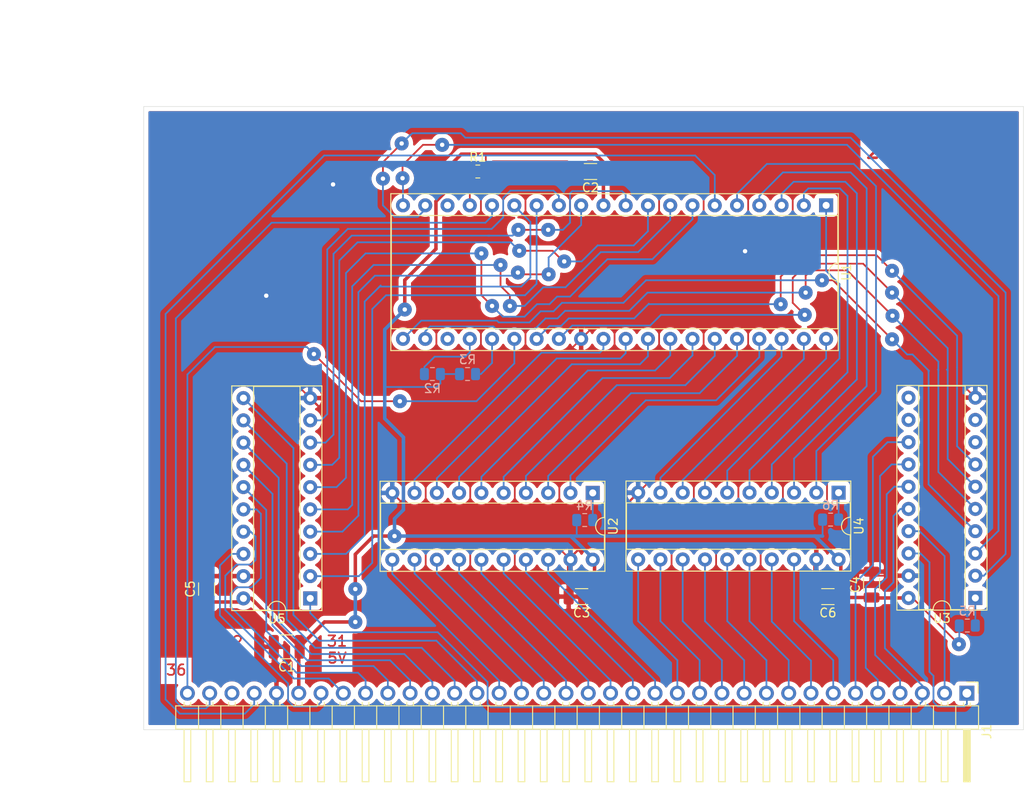
<source format=kicad_pcb>
(kicad_pcb (version 20171130) (host pcbnew "(5.1.7)-1")
  (layers (0 F.Cu signal) (31 B.Cu signal) (34 B.Paste user) (35 F.Paste user) (36 B.SilkS user) (37 F.SilkS user) (38 B.Mask user) (39 F.Mask user) (44 Edge.Cuts user))
  (net 0 "")
  (net 1 /5V)
  (net 2 /GND)
  (net 3 /~MREQ)
  (net 4 /~IORQ)
  (net 5 /~RD)
  (net 6 /~WR)
  (net 7 /~RFSH)
  (net 8 /~M1)
  (net 9 /A15)
  (net 10 /A14)
  (net 11 /A13)
  (net 12 /A12)
  (net 13 /A11)
  (net 14 /A10)
  (net 15 /A9)
  (net 16 /A8)
  (net 17 /A7)
  (net 18 /A6)
  (net 19 /A5)
  (net 20 /A4)
  (net 21 /A3)
  (net 22 /A2)
  (net 23 /A1)
  (net 24 /A0)
  (net 25 /D7)
  (net 26 /D6)
  (net 27 /D5)
  (net 28 /D4)
  (net 29 /D3)
  (net 30 /D2)
  (net 31 /D1)
  (net 32 /D0)
  (net 33 /CLK)
  (net 34 /~INT)
  (net 35 /~RESET)
  (net 36 "Net-(R1-Pad1)")
  (net 37 "Net-(R2-Pad1)")
  (net 38 "Net-(R3-Pad1)")
  (net 39 "Net-(R4-Pad1)")
  (net 40 "Net-(R5-Pad1)")
  (net 41 "Net-(R6-Pad1)")
  (net 42 /A11CPU)
  (net 43 /~RDCPU)
  (net 44 /A12CPU)
  (net 45 /~WRCPU)
  (net 46 /A13CPU)
  (net 47 /A14CPU)
  (net 48 /A15CPU)
  (net 49 /D4CPU)
  (net 50 /~M1CPU)
  (net 51 /D3CPU)
  (net 52 /~RFSHCPU)
  (net 53 /D5CPU)
  (net 54 /D6CPU)
  (net 55 /A0CPU)
  (net 56 /A1CPU)
  (net 57 /D2CPU)
  (net 58 /A2CPU)
  (net 59 /D7CPU)
  (net 60 /A3CPU)
  (net 61 /D0CPU)
  (net 62 /A4CPU)
  (net 63 /D1CPU)
  (net 64 /A5CPU)
  (net 65 /A6CPU)
  (net 66 /A7CPU)
  (net 67 /A8CPU)
  (net 68 /~MREQCPU)
  (net 69 /A9CPU)
  (net 70 /~IORQCPU)
  (net 71 /A10CPU)
  (module Package_DIP:DIP-40_W15.24mm_Socket (layer F.Cu) (at 178.1556 87.4776 270)
    (fp_text reference U1 (at 7.62 -2.33 90) (layer F.SilkS))
    (fp_text value Z80CPU)
    (pad 1 thru_hole rect (at 0 0 270) (size 1.6 1.6) (drill 0.8) (layers *.Cu *.Mask) (net 42 /A11CPU))
    (pad 21 thru_hole oval (at 15.24 48.26 270) (size 1.6 1.6) (drill 0.8) (layers *.Cu *.Mask) (net 43 /~RDCPU))
    (pad 2 thru_hole oval (at 0 2.54 270) (size 1.6 1.6) (drill 0.8) (layers *.Cu *.Mask) (net 44 /A12CPU))
    (pad 22 thru_hole oval (at 15.24 45.72 270) (size 1.6 1.6) (drill 0.8) (layers *.Cu *.Mask) (net 45 /~WRCPU))
    (pad 3 thru_hole oval (at 0 5.08 270) (size 1.6 1.6) (drill 0.8) (layers *.Cu *.Mask) (net 46 /A13CPU))
    (pad 23 thru_hole oval (at 15.24 43.18 270) (size 1.6 1.6) (drill 0.8) (layers *.Cu *.Mask))
    (pad 4 thru_hole oval (at 0 7.62 270) (size 1.6 1.6) (drill 0.8) (layers *.Cu *.Mask) (net 47 /A14CPU))
    (pad 24 thru_hole oval (at 15.24 40.64 270) (size 1.6 1.6) (drill 0.8) (layers *.Cu *.Mask) (net 37 "Net-(R2-Pad1)"))
    (pad 5 thru_hole oval (at 0 10.16 270) (size 1.6 1.6) (drill 0.8) (layers *.Cu *.Mask) (net 48 /A15CPU))
    (pad 25 thru_hole oval (at 15.24 38.1 270) (size 1.6 1.6) (drill 0.8) (layers *.Cu *.Mask) (net 38 "Net-(R3-Pad1)"))
    (pad 6 thru_hole oval (at 0 12.7 270) (size 1.6 1.6) (drill 0.8) (layers *.Cu *.Mask) (net 33 /CLK))
    (pad 26 thru_hole oval (at 15.24 35.56 270) (size 1.6 1.6) (drill 0.8) (layers *.Cu *.Mask) (net 35 /~RESET))
    (pad 7 thru_hole oval (at 0 15.24 270) (size 1.6 1.6) (drill 0.8) (layers *.Cu *.Mask) (net 49 /D4CPU))
    (pad 27 thru_hole oval (at 15.24 33.02 270) (size 1.6 1.6) (drill 0.8) (layers *.Cu *.Mask) (net 50 /~M1CPU))
    (pad 8 thru_hole oval (at 0 17.78 270) (size 1.6 1.6) (drill 0.8) (layers *.Cu *.Mask) (net 51 /D3CPU))
    (pad 28 thru_hole oval (at 15.24 30.48 270) (size 1.6 1.6) (drill 0.8) (layers *.Cu *.Mask) (net 52 /~RFSHCPU))
    (pad 9 thru_hole oval (at 0 20.32 270) (size 1.6 1.6) (drill 0.8) (layers *.Cu *.Mask) (net 53 /D5CPU))
    (pad 29 thru_hole oval (at 15.24 27.94 270) (size 1.6 1.6) (drill 0.8) (layers *.Cu *.Mask) (net 2 /GND))
    (pad 10 thru_hole oval (at 0 22.86 270) (size 1.6 1.6) (drill 0.8) (layers *.Cu *.Mask) (net 54 /D6CPU))
    (pad 30 thru_hole oval (at 15.24 25.4 270) (size 1.6 1.6) (drill 0.8) (layers *.Cu *.Mask) (net 55 /A0CPU))
    (pad 11 thru_hole oval (at 0 25.4 270) (size 1.6 1.6) (drill 0.8) (layers *.Cu *.Mask) (net 1 /5V))
    (pad 31 thru_hole oval (at 15.24 22.86 270) (size 1.6 1.6) (drill 0.8) (layers *.Cu *.Mask) (net 56 /A1CPU))
    (pad 12 thru_hole oval (at 0 27.94 270) (size 1.6 1.6) (drill 0.8) (layers *.Cu *.Mask) (net 57 /D2CPU))
    (pad 32 thru_hole oval (at 15.24 20.32 270) (size 1.6 1.6) (drill 0.8) (layers *.Cu *.Mask) (net 58 /A2CPU))
    (pad 13 thru_hole oval (at 0 30.48 270) (size 1.6 1.6) (drill 0.8) (layers *.Cu *.Mask) (net 59 /D7CPU))
    (pad 33 thru_hole oval (at 15.24 17.78 270) (size 1.6 1.6) (drill 0.8) (layers *.Cu *.Mask) (net 60 /A3CPU))
    (pad 14 thru_hole oval (at 0 33.02 270) (size 1.6 1.6) (drill 0.8) (layers *.Cu *.Mask) (net 61 /D0CPU))
    (pad 34 thru_hole oval (at 15.24 15.24 270) (size 1.6 1.6) (drill 0.8) (layers *.Cu *.Mask) (net 62 /A4CPU))
    (pad 15 thru_hole oval (at 0 35.56 270) (size 1.6 1.6) (drill 0.8) (layers *.Cu *.Mask) (net 63 /D1CPU))
    (pad 35 thru_hole oval (at 15.24 12.7 270) (size 1.6 1.6) (drill 0.8) (layers *.Cu *.Mask) (net 64 /A5CPU))
    (pad 16 thru_hole oval (at 0 38.1 270) (size 1.6 1.6) (drill 0.8) (layers *.Cu *.Mask) (net 34 /~INT))
    (pad 36 thru_hole oval (at 15.24 10.16 270) (size 1.6 1.6) (drill 0.8) (layers *.Cu *.Mask) (net 65 /A6CPU))
    (pad 17 thru_hole oval (at 0 40.64 270) (size 1.6 1.6) (drill 0.8) (layers *.Cu *.Mask) (net 36 "Net-(R1-Pad1)"))
    (pad 37 thru_hole oval (at 15.24 7.62 270) (size 1.6 1.6) (drill 0.8) (layers *.Cu *.Mask) (net 66 /A7CPU))
    (pad 18 thru_hole oval (at 0 43.18 270) (size 1.6 1.6) (drill 0.8) (layers *.Cu *.Mask))
    (pad 38 thru_hole oval (at 15.24 5.08 270) (size 1.6 1.6) (drill 0.8) (layers *.Cu *.Mask) (net 67 /A8CPU))
    (pad 19 thru_hole oval (at 0 45.72 270) (size 1.6 1.6) (drill 0.8) (layers *.Cu *.Mask) (net 68 /~MREQCPU))
    (pad 39 thru_hole oval (at 15.24 2.54 270) (size 1.6 1.6) (drill 0.8) (layers *.Cu *.Mask) (net 69 /A9CPU))
    (pad 20 thru_hole oval (at 0 48.26 270) (size 1.6 1.6) (drill 0.8) (layers *.Cu *.Mask) (net 70 /~IORQCPU))
    (pad 40 thru_hole oval (at 15.24 0 270) (size 1.6 1.6) (drill 0.8) (layers *.Cu *.Mask) (net 71 /A10CPU))
  )
  (module Package_DIP:DIP-20_W7.62mm_Socket (layer F.Cu) (at 179.578 120.269 270)
    (fp_text reference U4 (at 3.81 -2.33 90) (layer F.SilkS))
    (fp_text value 74HC245)
    (pad 20 thru_hole oval (at 7.62 0 270) (size 1.6 1.6) (drill 0.8) (layers *.Cu *.Mask) (net 1 /5V))
    (pad 10 thru_hole oval (at 0 22.86 270) (size 1.6 1.6) (drill 0.8) (layers *.Cu *.Mask) (net 2 /GND))
    (pad 19 thru_hole oval (at 7.62 2.54 270) (size 1.6 1.6) (drill 0.8) (layers *.Cu *.Mask) (net 2 /GND))
    (pad 9 thru_hole oval (at 0 20.32 270) (size 1.6 1.6) (drill 0.8) (layers *.Cu *.Mask) (net 67 /A8CPU))
    (pad 18 thru_hole oval (at 7.62 5.08 270) (size 1.6 1.6) (drill 0.8) (layers *.Cu *.Mask) (net 9 /A15))
    (pad 8 thru_hole oval (at 0 17.78 270) (size 1.6 1.6) (drill 0.8) (layers *.Cu *.Mask) (net 69 /A9CPU))
    (pad 17 thru_hole oval (at 7.62 7.62 270) (size 1.6 1.6) (drill 0.8) (layers *.Cu *.Mask) (net 10 /A14))
    (pad 7 thru_hole oval (at 0 15.24 270) (size 1.6 1.6) (drill 0.8) (layers *.Cu *.Mask) (net 71 /A10CPU))
    (pad 16 thru_hole oval (at 7.62 10.16 270) (size 1.6 1.6) (drill 0.8) (layers *.Cu *.Mask) (net 11 /A13))
    (pad 6 thru_hole oval (at 0 12.7 270) (size 1.6 1.6) (drill 0.8) (layers *.Cu *.Mask) (net 42 /A11CPU))
    (pad 15 thru_hole oval (at 7.62 12.7 270) (size 1.6 1.6) (drill 0.8) (layers *.Cu *.Mask) (net 12 /A12))
    (pad 5 thru_hole oval (at 0 10.16 270) (size 1.6 1.6) (drill 0.8) (layers *.Cu *.Mask) (net 44 /A12CPU))
    (pad 14 thru_hole oval (at 7.62 15.24 270) (size 1.6 1.6) (drill 0.8) (layers *.Cu *.Mask) (net 13 /A11))
    (pad 4 thru_hole oval (at 0 7.62 270) (size 1.6 1.6) (drill 0.8) (layers *.Cu *.Mask) (net 46 /A13CPU))
    (pad 13 thru_hole oval (at 7.62 17.78 270) (size 1.6 1.6) (drill 0.8) (layers *.Cu *.Mask) (net 14 /A10))
    (pad 3 thru_hole oval (at 0 5.08 270) (size 1.6 1.6) (drill 0.8) (layers *.Cu *.Mask) (net 47 /A14CPU))
    (pad 12 thru_hole oval (at 7.62 20.32 270) (size 1.6 1.6) (drill 0.8) (layers *.Cu *.Mask) (net 15 /A9))
    (pad 2 thru_hole oval (at 0 2.54 270) (size 1.6 1.6) (drill 0.8) (layers *.Cu *.Mask) (net 48 /A15CPU))
    (pad 11 thru_hole oval (at 7.62 22.86 270) (size 1.6 1.6) (drill 0.8) (layers *.Cu *.Mask) (net 16 /A8))
    (pad 1 thru_hole rect (at 0 0 270) (size 1.6 1.6) (drill 0.8) (layers *.Cu *.Mask) (net 41 "Net-(R6-Pad1)"))
  )
  (module Package_DIP:DIP-20_W7.62mm_Socket (layer F.Cu) (at 119.3165 132.334 180)
    (fp_text reference U5 (at 3.81 -2.33) (layer F.SilkS))
    (fp_text value 74HC245)
    (pad 20 thru_hole oval (at 7.62 0 180) (size 1.6 1.6) (drill 0.8) (layers *.Cu *.Mask) (net 1 /5V))
    (pad 10 thru_hole oval (at 0 22.86 180) (size 1.6 1.6) (drill 0.8) (layers *.Cu *.Mask) (net 2 /GND))
    (pad 19 thru_hole oval (at 7.62 2.54 180) (size 1.6 1.6) (drill 0.8) (layers *.Cu *.Mask) (net 2 /GND))
    (pad 9 thru_hole oval (at 0 20.32 180) (size 1.6 1.6) (drill 0.8) (layers *.Cu *.Mask) (net 59 /D7CPU))
    (pad 18 thru_hole oval (at 7.62 5.08 180) (size 1.6 1.6) (drill 0.8) (layers *.Cu *.Mask) (net 32 /D0))
    (pad 8 thru_hole oval (at 0 17.78 180) (size 1.6 1.6) (drill 0.8) (layers *.Cu *.Mask) (net 54 /D6CPU))
    (pad 17 thru_hole oval (at 7.62 7.62 180) (size 1.6 1.6) (drill 0.8) (layers *.Cu *.Mask) (net 31 /D1))
    (pad 7 thru_hole oval (at 0 15.24 180) (size 1.6 1.6) (drill 0.8) (layers *.Cu *.Mask) (net 53 /D5CPU))
    (pad 16 thru_hole oval (at 7.62 10.16 180) (size 1.6 1.6) (drill 0.8) (layers *.Cu *.Mask) (net 30 /D2))
    (pad 6 thru_hole oval (at 0 12.7 180) (size 1.6 1.6) (drill 0.8) (layers *.Cu *.Mask) (net 49 /D4CPU))
    (pad 15 thru_hole oval (at 7.62 12.7 180) (size 1.6 1.6) (drill 0.8) (layers *.Cu *.Mask) (net 29 /D3))
    (pad 5 thru_hole oval (at 0 10.16 180) (size 1.6 1.6) (drill 0.8) (layers *.Cu *.Mask) (net 51 /D3CPU))
    (pad 14 thru_hole oval (at 7.62 15.24 180) (size 1.6 1.6) (drill 0.8) (layers *.Cu *.Mask) (net 28 /D4))
    (pad 4 thru_hole oval (at 0 7.62 180) (size 1.6 1.6) (drill 0.8) (layers *.Cu *.Mask) (net 57 /D2CPU))
    (pad 13 thru_hole oval (at 7.62 17.78 180) (size 1.6 1.6) (drill 0.8) (layers *.Cu *.Mask) (net 27 /D5))
    (pad 3 thru_hole oval (at 0 5.08 180) (size 1.6 1.6) (drill 0.8) (layers *.Cu *.Mask) (net 63 /D1CPU))
    (pad 12 thru_hole oval (at 7.62 20.32 180) (size 1.6 1.6) (drill 0.8) (layers *.Cu *.Mask) (net 26 /D6))
    (pad 2 thru_hole oval (at 0 2.54 180) (size 1.6 1.6) (drill 0.8) (layers *.Cu *.Mask) (net 61 /D0CPU))
    (pad 11 thru_hole oval (at 7.62 22.86 180) (size 1.6 1.6) (drill 0.8) (layers *.Cu *.Mask) (net 25 /D7))
    (pad 1 thru_hole rect (at 0 0 180) (size 1.6 1.6) (drill 0.8) (layers *.Cu *.Mask) (net 5 /~RD))
  )
  (module Capacitor_SMD:C_1210_3225Metric (layer F.Cu) (at 116.635 137.8585 180)
    (fp_text reference C1 (at 0 -2.3) (layer F.SilkS))
    (fp_text value CP)
    (pad 1 smd roundrect (at -1.475 0 180) (size 1.15 2.7) (layers F.Cu F.Paste F.Mask) (roundrect_rratio 0.217391) (net 1 /5V))
    (pad 2 smd roundrect (at 1.475 0 180) (size 1.15 2.7) (layers F.Cu F.Paste F.Mask) (roundrect_rratio 0.217391) (net 2 /GND))
  )
  (module Capacitor_SMD:C_1206_3216Metric (layer F.Cu) (at 151.2806 83.6168 180)
    (fp_text reference C2 (at 0 -1.85) (layer F.SilkS))
    (fp_text value 100n)
    (pad 1 smd roundrect (at -1.475 0 180) (size 1.15 1.8) (layers F.Cu F.Paste F.Mask) (roundrect_rratio 0.217391) (net 1 /5V))
    (pad 2 smd roundrect (at 1.475 0 180) (size 1.15 1.8) (layers F.Cu F.Paste F.Mask) (roundrect_rratio 0.217391) (net 2 /GND))
  )
  (module Capacitor_SMD:C_1206_3216Metric (layer F.Cu) (at 150.2682 132.1308 180)
    (fp_text reference C3 (at 0 -1.85) (layer F.SilkS))
    (fp_text value 100n)
    (pad 1 smd roundrect (at -1.475 0 180) (size 1.15 1.8) (layers F.Cu F.Paste F.Mask) (roundrect_rratio 0.217391) (net 1 /5V))
    (pad 2 smd roundrect (at 1.475 0 180) (size 1.15 1.8) (layers F.Cu F.Paste F.Mask) (roundrect_rratio 0.217391) (net 2 /GND))
  )
  (module Capacitor_SMD:C_1206_3216Metric (layer F.Cu) (at 183.3372 130.7574 90)
    (fp_text reference C4 (at 0 -1.85 90) (layer F.SilkS))
    (fp_text value 100n)
    (pad 2 smd roundrect (at 1.475 0 90) (size 1.15 1.8) (layers F.Cu F.Paste F.Mask) (roundrect_rratio 0.217391) (net 2 /GND))
    (pad 1 smd roundrect (at -1.475 0 90) (size 1.15 1.8) (layers F.Cu F.Paste F.Mask) (roundrect_rratio 0.217391) (net 1 /5V))
  )
  (module Capacitor_SMD:C_1206_3216Metric (layer F.Cu) (at 107.4928 131.269 90)
    (fp_text reference C5 (at 0 -1.85 90) (layer F.SilkS))
    (fp_text value 100n)
    (pad 2 smd roundrect (at 1.475 0 90) (size 1.15 1.8) (layers F.Cu F.Paste F.Mask) (roundrect_rratio 0.217391) (net 2 /GND))
    (pad 1 smd roundrect (at -1.475 0 90) (size 1.15 1.8) (layers F.Cu F.Paste F.Mask) (roundrect_rratio 0.217391) (net 1 /5V))
  )
  (module Capacitor_SMD:C_1206_3216Metric (layer F.Cu) (at 178.357 132.1308 180)
    (fp_text reference C6 (at 0 -1.85) (layer F.SilkS))
    (fp_text value 100n)
    (pad 1 smd roundrect (at -1.475 0 180) (size 1.15 1.8) (layers F.Cu F.Paste F.Mask) (roundrect_rratio 0.217391) (net 1 /5V))
    (pad 2 smd roundrect (at 1.475 0 180) (size 1.15 1.8) (layers F.Cu F.Paste F.Mask) (roundrect_rratio 0.217391) (net 2 /GND))
  )
  (module Connector_PinHeader_2.54mm:PinHeader_1x36_P2.54mm_Horizontal (layer F.Cu) (at 194.2084 143.1544 270)
    (fp_text reference J1 (at 4.385 -2.27 90) (layer F.SilkS))
    (fp_text value Conn_01x36)
    (pad 1 thru_hole rect (at 0 0 270) (size 1.7 1.7) (drill 1) (layers *.Cu *.Mask) (net 3 /~MREQ))
    (pad 2 thru_hole oval (at 0 2.54 270) (size 1.7 1.7) (drill 1) (layers *.Cu *.Mask) (net 4 /~IORQ))
    (pad 3 thru_hole oval (at 0 5.08 270) (size 1.7 1.7) (drill 1) (layers *.Cu *.Mask) (net 5 /~RD))
    (pad 4 thru_hole oval (at 0 7.62 270) (size 1.7 1.7) (drill 1) (layers *.Cu *.Mask) (net 6 /~WR))
    (pad 5 thru_hole oval (at 0 10.16 270) (size 1.7 1.7) (drill 1) (layers *.Cu *.Mask) (net 7 /~RFSH))
    (pad 6 thru_hole oval (at 0 12.7 270) (size 1.7 1.7) (drill 1) (layers *.Cu *.Mask) (net 8 /~M1))
    (pad 7 thru_hole oval (at 0 15.24 270) (size 1.7 1.7) (drill 1) (layers *.Cu *.Mask) (net 9 /A15))
    (pad 8 thru_hole oval (at 0 17.78 270) (size 1.7 1.7) (drill 1) (layers *.Cu *.Mask) (net 10 /A14))
    (pad 9 thru_hole oval (at 0 20.32 270) (size 1.7 1.7) (drill 1) (layers *.Cu *.Mask) (net 11 /A13))
    (pad 10 thru_hole oval (at 0 22.86 270) (size 1.7 1.7) (drill 1) (layers *.Cu *.Mask) (net 12 /A12))
    (pad 11 thru_hole oval (at 0 25.4 270) (size 1.7 1.7) (drill 1) (layers *.Cu *.Mask) (net 13 /A11))
    (pad 12 thru_hole oval (at 0 27.94 270) (size 1.7 1.7) (drill 1) (layers *.Cu *.Mask) (net 14 /A10))
    (pad 13 thru_hole oval (at 0 30.48 270) (size 1.7 1.7) (drill 1) (layers *.Cu *.Mask) (net 15 /A9))
    (pad 14 thru_hole oval (at 0 33.02 270) (size 1.7 1.7) (drill 1) (layers *.Cu *.Mask) (net 16 /A8))
    (pad 15 thru_hole oval (at 0 35.56 270) (size 1.7 1.7) (drill 1) (layers *.Cu *.Mask) (net 17 /A7))
    (pad 16 thru_hole oval (at 0 38.1 270) (size 1.7 1.7) (drill 1) (layers *.Cu *.Mask) (net 18 /A6))
    (pad 17 thru_hole oval (at 0 40.64 270) (size 1.7 1.7) (drill 1) (layers *.Cu *.Mask) (net 19 /A5))
    (pad 18 thru_hole oval (at 0 43.18 270) (size 1.7 1.7) (drill 1) (layers *.Cu *.Mask) (net 20 /A4))
    (pad 19 thru_hole oval (at 0 45.72 270) (size 1.7 1.7) (drill 1) (layers *.Cu *.Mask) (net 21 /A3))
    (pad 20 thru_hole oval (at 0 48.26 270) (size 1.7 1.7) (drill 1) (layers *.Cu *.Mask) (net 22 /A2))
    (pad 21 thru_hole oval (at 0 50.8 270) (size 1.7 1.7) (drill 1) (layers *.Cu *.Mask) (net 23 /A1))
    (pad 22 thru_hole oval (at 0 53.34 270) (size 1.7 1.7) (drill 1) (layers *.Cu *.Mask) (net 24 /A0))
    (pad 23 thru_hole oval (at 0 55.88 270) (size 1.7 1.7) (drill 1) (layers *.Cu *.Mask) (net 25 /D7))
    (pad 24 thru_hole oval (at 0 58.42 270) (size 1.7 1.7) (drill 1) (layers *.Cu *.Mask) (net 26 /D6))
    (pad 25 thru_hole oval (at 0 60.96 270) (size 1.7 1.7) (drill 1) (layers *.Cu *.Mask) (net 27 /D5))
    (pad 26 thru_hole oval (at 0 63.5 270) (size 1.7 1.7) (drill 1) (layers *.Cu *.Mask) (net 28 /D4))
    (pad 27 thru_hole oval (at 0 66.04 270) (size 1.7 1.7) (drill 1) (layers *.Cu *.Mask) (net 29 /D3))
    (pad 28 thru_hole oval (at 0 68.58 270) (size 1.7 1.7) (drill 1) (layers *.Cu *.Mask) (net 30 /D2))
    (pad 29 thru_hole oval (at 0 71.12 270) (size 1.7 1.7) (drill 1) (layers *.Cu *.Mask) (net 31 /D1))
    (pad 30 thru_hole oval (at 0 73.66 270) (size 1.7 1.7) (drill 1) (layers *.Cu *.Mask) (net 32 /D0))
    (pad 31 thru_hole oval (at 0 76.2 270) (size 1.7 1.7) (drill 1) (layers *.Cu *.Mask) (net 1 /5V))
    (pad 32 thru_hole oval (at 0 78.74 270) (size 1.7 1.7) (drill 1) (layers *.Cu *.Mask) (net 2 /GND))
    (pad 33 thru_hole oval (at 0 81.28 270) (size 1.7 1.7) (drill 1) (layers *.Cu *.Mask) (net 33 /CLK))
    (pad 34 thru_hole oval (at 0 83.82 270) (size 1.7 1.7) (drill 1) (layers *.Cu *.Mask))
    (pad 35 thru_hole oval (at 0 86.36 270) (size 1.7 1.7) (drill 1) (layers *.Cu *.Mask) (net 34 /~INT))
    (pad 36 thru_hole oval (at 0 88.9 270) (size 1.7 1.7) (drill 1) (layers *.Cu *.Mask) (net 35 /~RESET))
  )
  (module Resistor_SMD:R_0805_2012Metric (layer F.Cu) (at 138.4281 83.6168)
    (fp_text reference R1 (at 0 -1.65) (layer F.SilkS))
    (fp_text value R)
    (pad 1 smd roundrect (at -0.9125 0) (size 1.025 1.4) (layers F.Cu F.Paste F.Mask) (roundrect_rratio 0.243902) (net 36 "Net-(R1-Pad1)"))
    (pad 2 smd roundrect (at 0.9125 0) (size 1.025 1.4) (layers F.Cu F.Paste F.Mask) (roundrect_rratio 0.243902) (net 1 /5V))
  )
  (module Resistor_SMD:R_0805_2012Metric (layer B.Cu) (at 133.2503 106.7308)
    (fp_text reference R2 (at 0 1.65) (layer B.SilkS) (effects (justify mirror)))
    (fp_text value R)
    (pad 2 smd roundrect (at 0.9125 0) (size 1.025 1.4) (layers B.Cu B.Paste B.Mask) (roundrect_rratio 0.243902) (net 1 /5V))
    (pad 1 smd roundrect (at -0.9125 0) (size 1.025 1.4) (layers B.Cu B.Paste B.Mask) (roundrect_rratio 0.243902) (net 37 "Net-(R2-Pad1)"))
  )
  (module Resistor_SMD:R_0805_2012Metric (layer B.Cu) (at 137.2597 106.7308 180)
    (fp_text reference R3 (at 0 1.65) (layer B.SilkS) (effects (justify mirror)))
    (fp_text value R)
    (pad 2 smd roundrect (at 0.9125 0 180) (size 1.025 1.4) (layers B.Cu B.Paste B.Mask) (roundrect_rratio 0.243902) (net 1 /5V))
    (pad 1 smd roundrect (at -0.9125 0 180) (size 1.025 1.4) (layers B.Cu B.Paste B.Mask) (roundrect_rratio 0.243902) (net 38 "Net-(R3-Pad1)"))
  )
  (module Resistor_SMD:R_0805_2012Metric (layer B.Cu) (at 150.6239 123.3932 180)
    (fp_text reference R4 (at 0 1.65 180) (layer B.SilkS) (effects (justify mirror)))
    (fp_text value R)
    (pad 2 smd roundrect (at 0.9125 0 180) (size 1.025 1.4) (layers B.Cu B.Paste B.Mask) (roundrect_rratio 0.243902) (net 1 /5V))
    (pad 1 smd roundrect (at -0.9125 0 180) (size 1.025 1.4) (layers B.Cu B.Paste B.Mask) (roundrect_rratio 0.243902) (net 39 "Net-(R4-Pad1)"))
  )
  (module Resistor_SMD:R_0805_2012Metric (layer B.Cu) (at 194.2611 135.4328 180)
    (fp_text reference R5 (at 0 1.65) (layer B.SilkS) (effects (justify mirror)))
    (fp_text value R)
    (pad 1 smd roundrect (at -0.9125 0 180) (size 1.025 1.4) (layers B.Cu B.Paste B.Mask) (roundrect_rratio 0.243902) (net 40 "Net-(R5-Pad1)"))
    (pad 2 smd roundrect (at 0.9125 0 180) (size 1.025 1.4) (layers B.Cu B.Paste B.Mask) (roundrect_rratio 0.243902) (net 1 /5V))
  )
  (module Resistor_SMD:R_0805_2012Metric (layer B.Cu) (at 178.6655 123.3424 180)
    (fp_text reference R6 (at 0 1.65 180) (layer B.SilkS) (effects (justify mirror)))
    (fp_text value R)
    (pad 1 smd roundrect (at -0.9125 0 180) (size 1.025 1.4) (layers B.Cu B.Paste B.Mask) (roundrect_rratio 0.243902) (net 41 "Net-(R6-Pad1)"))
    (pad 2 smd roundrect (at 0.9125 0 180) (size 1.025 1.4) (layers B.Cu B.Paste B.Mask) (roundrect_rratio 0.243902) (net 1 /5V))
  )
  (module Package_DIP:DIP-20_W7.62mm_Socket (layer F.Cu) (at 151.5364 120.2944 270)
    (fp_text reference U2 (at 3.81 -2.33 90) (layer F.SilkS))
    (fp_text value 74HC245)
    (pad 1 thru_hole rect (at 0 0 270) (size 1.6 1.6) (drill 0.8) (layers *.Cu *.Mask) (net 39 "Net-(R4-Pad1)"))
    (pad 11 thru_hole oval (at 7.62 22.86 270) (size 1.6 1.6) (drill 0.8) (layers *.Cu *.Mask) (net 24 /A0))
    (pad 2 thru_hole oval (at 0 2.54 270) (size 1.6 1.6) (drill 0.8) (layers *.Cu *.Mask) (net 66 /A7CPU))
    (pad 12 thru_hole oval (at 7.62 20.32 270) (size 1.6 1.6) (drill 0.8) (layers *.Cu *.Mask) (net 23 /A1))
    (pad 3 thru_hole oval (at 0 5.08 270) (size 1.6 1.6) (drill 0.8) (layers *.Cu *.Mask) (net 65 /A6CPU))
    (pad 13 thru_hole oval (at 7.62 17.78 270) (size 1.6 1.6) (drill 0.8) (layers *.Cu *.Mask) (net 22 /A2))
    (pad 4 thru_hole oval (at 0 7.62 270) (size 1.6 1.6) (drill 0.8) (layers *.Cu *.Mask) (net 64 /A5CPU))
    (pad 14 thru_hole oval (at 7.62 15.24 270) (size 1.6 1.6) (drill 0.8) (layers *.Cu *.Mask) (net 21 /A3))
    (pad 5 thru_hole oval (at 0 10.16 270) (size 1.6 1.6) (drill 0.8) (layers *.Cu *.Mask) (net 62 /A4CPU))
    (pad 15 thru_hole oval (at 7.62 12.7 270) (size 1.6 1.6) (drill 0.8) (layers *.Cu *.Mask) (net 20 /A4))
    (pad 6 thru_hole oval (at 0 12.7 270) (size 1.6 1.6) (drill 0.8) (layers *.Cu *.Mask) (net 60 /A3CPU))
    (pad 16 thru_hole oval (at 7.62 10.16 270) (size 1.6 1.6) (drill 0.8) (layers *.Cu *.Mask) (net 19 /A5))
    (pad 7 thru_hole oval (at 0 15.24 270) (size 1.6 1.6) (drill 0.8) (layers *.Cu *.Mask) (net 58 /A2CPU))
    (pad 17 thru_hole oval (at 7.62 7.62 270) (size 1.6 1.6) (drill 0.8) (layers *.Cu *.Mask) (net 18 /A6))
    (pad 8 thru_hole oval (at 0 17.78 270) (size 1.6 1.6) (drill 0.8) (layers *.Cu *.Mask) (net 56 /A1CPU))
    (pad 18 thru_hole oval (at 7.62 5.08 270) (size 1.6 1.6) (drill 0.8) (layers *.Cu *.Mask) (net 17 /A7))
    (pad 9 thru_hole oval (at 0 20.32 270) (size 1.6 1.6) (drill 0.8) (layers *.Cu *.Mask) (net 55 /A0CPU))
    (pad 19 thru_hole oval (at 7.62 2.54 270) (size 1.6 1.6) (drill 0.8) (layers *.Cu *.Mask) (net 2 /GND))
    (pad 10 thru_hole oval (at 0 22.86 270) (size 1.6 1.6) (drill 0.8) (layers *.Cu *.Mask) (net 2 /GND))
    (pad 20 thru_hole oval (at 7.62 0 270) (size 1.6 1.6) (drill 0.8) (layers *.Cu *.Mask) (net 1 /5V))
  )
  (module Package_DIP:DIP-20_W7.62mm_Socket (layer F.Cu) (at 195.1736 132.2832 180)
    (fp_text reference U3 (at 3.81 -2.33) (layer F.SilkS))
    (fp_text value 74HC245)
    (pad 1 thru_hole rect (at 0 0 180) (size 1.6 1.6) (drill 0.8) (layers *.Cu *.Mask) (net 40 "Net-(R5-Pad1)"))
    (pad 11 thru_hole oval (at 7.62 22.86 180) (size 1.6 1.6) (drill 0.8) (layers *.Cu *.Mask))
    (pad 2 thru_hole oval (at 0 2.54 180) (size 1.6 1.6) (drill 0.8) (layers *.Cu *.Mask) (net 68 /~MREQCPU))
    (pad 12 thru_hole oval (at 7.62 20.32 180) (size 1.6 1.6) (drill 0.8) (layers *.Cu *.Mask))
    (pad 3 thru_hole oval (at 0 5.08 180) (size 1.6 1.6) (drill 0.8) (layers *.Cu *.Mask) (net 70 /~IORQCPU))
    (pad 13 thru_hole oval (at 7.62 17.78 180) (size 1.6 1.6) (drill 0.8) (layers *.Cu *.Mask) (net 8 /~M1))
    (pad 4 thru_hole oval (at 0 7.62 180) (size 1.6 1.6) (drill 0.8) (layers *.Cu *.Mask) (net 43 /~RDCPU))
    (pad 14 thru_hole oval (at 7.62 15.24 180) (size 1.6 1.6) (drill 0.8) (layers *.Cu *.Mask) (net 7 /~RFSH))
    (pad 5 thru_hole oval (at 0 10.16 180) (size 1.6 1.6) (drill 0.8) (layers *.Cu *.Mask) (net 45 /~WRCPU))
    (pad 15 thru_hole oval (at 7.62 12.7 180) (size 1.6 1.6) (drill 0.8) (layers *.Cu *.Mask) (net 6 /~WR))
    (pad 6 thru_hole oval (at 0 12.7 180) (size 1.6 1.6) (drill 0.8) (layers *.Cu *.Mask) (net 52 /~RFSHCPU))
    (pad 16 thru_hole oval (at 7.62 10.16 180) (size 1.6 1.6) (drill 0.8) (layers *.Cu *.Mask) (net 5 /~RD))
    (pad 7 thru_hole oval (at 0 15.24 180) (size 1.6 1.6) (drill 0.8) (layers *.Cu *.Mask) (net 50 /~M1CPU))
    (pad 17 thru_hole oval (at 7.62 7.62 180) (size 1.6 1.6) (drill 0.8) (layers *.Cu *.Mask) (net 4 /~IORQ))
    (pad 8 thru_hole oval (at 0 17.78 180) (size 1.6 1.6) (drill 0.8) (layers *.Cu *.Mask))
    (pad 18 thru_hole oval (at 7.62 5.08 180) (size 1.6 1.6) (drill 0.8) (layers *.Cu *.Mask) (net 3 /~MREQ))
    (pad 9 thru_hole oval (at 0 20.32 180) (size 1.6 1.6) (drill 0.8) (layers *.Cu *.Mask))
    (pad 19 thru_hole oval (at 7.62 2.54 180) (size 1.6 1.6) (drill 0.8) (layers *.Cu *.Mask) (net 2 /GND))
    (pad 10 thru_hole oval (at 0 22.86 180) (size 1.6 1.6) (drill 0.8) (layers *.Cu *.Mask) (net 2 /GND))
    (pad 20 thru_hole oval (at 7.62 0 180) (size 1.6 1.6) (drill 0.8) (layers *.Cu *.Mask) (net 1 /5V))
  )
  (gr_line (start 100.33 76.2) (end 100.33 147.32) (layer Edge.Cuts) (width 0.05))
  (gr_line (start 200.66 76.2) (end 100.33 76.2) (layer Edge.Cuts) (width 0.05))
  (gr_line (start 200.66 147.32) (end 200.66 76.2) (layer Edge.Cuts) (width 0.05))
  (gr_line (start 100.33 147.32) (end 200.66 147.32) (layer Edge.Cuts) (width 0.05))
  (gr_text "ZX CPU rev.A.\n20210303" (at 182.5752 80.1624) (layer F.Cu) (effects (font (size 1.5 1.5) (thickness 0.3)) (justify left)))
  (gr_text 1 (at 196.2912 140.6144) (layer F.Cu) (effects (font (size 1.2 1.2) (thickness 0.2))))
  (gr_text 36 (at 104.0384 140.5128) (layer F.Cu) (effects (font (size 1.2 1.2) (thickness 0.2))))
  (gr_text "32\nGND" (at 110.49 138.2268) (layer F.Cu) (effects (font (size 1.2 1.2) (thickness 0.2))))
  (gr_text "31\n5V" (at 122.3772 138.176) (layer F.Cu) (effects (font (size 1.2 1.2) (thickness 0.2))))
  (segment (start 118.0084 137.9601) (end 118.11 137.8585) (width 0.25) (layer F.Cu) (net 1))
  (segment (start 118.0084 143.1544) (end 118.0084 137.9601) (width 0.4) (layer F.Cu) (net 1))
  (segment (start 149.0345 125.222) (end 151.511 127.6985) (width 0.4) (layer B.Cu) (net 1))
  (segment (start 151.4475 127.762) (end 151.511 127.6985) (width 0.25) (layer F.Cu) (net 1))
  (segment (start 176.911 125.222) (end 179.578 127.889) (width 0.4) (layer B.Cu) (net 1))
  (segment (start 176.784 125.222) (end 176.911 125.222) (width 0.25) (layer B.Cu) (net 1))
  (segment (start 153.9875 125.222) (end 176.784 125.222) (width 0.4) (layer B.Cu) (net 1))
  (segment (start 151.7432 128.1212) (end 151.5364 127.9144) (width 0.4) (layer F.Cu) (net 1))
  (segment (start 151.7432 132.1308) (end 151.7432 128.1212) (width 0.4) (layer F.Cu) (net 1))
  (segment (start 149.7114 123.3932) (end 149.7114 125.2182) (width 0.2) (layer B.Cu) (net 1))
  (segment (start 149.7114 125.2182) (end 149.7076 125.222) (width 0.2) (layer B.Cu) (net 1))
  (segment (start 149.7076 125.222) (end 153.9875 125.222) (width 0.4) (layer B.Cu) (net 1))
  (segment (start 149.0345 125.222) (end 149.7076 125.222) (width 0.4) (layer B.Cu) (net 1))
  (segment (start 179.832 128.143) (end 179.578 127.889) (width 0.4) (layer F.Cu) (net 1))
  (segment (start 179.832 132.1308) (end 179.832 128.143) (width 0.4) (layer F.Cu) (net 1))
  (segment (start 177.753 125.2182) (end 177.7492 125.222) (width 0.2) (layer B.Cu) (net 1))
  (segment (start 177.753 123.3424) (end 177.753 125.2182) (width 0.2) (layer B.Cu) (net 1))
  (segment (start 176.784 125.222) (end 177.7492 125.222) (width 0.4) (layer B.Cu) (net 1))
  (segment (start 152.7556 87.4776) (end 152.7556 83.6168) (width 0.4) (layer F.Cu) (net 1))
  (segment (start 128.9304 125.222) (end 149.0345 125.222) (width 0.4) (layer B.Cu) (net 1))
  (segment (start 111.2865 132.744) (end 111.6965 132.334) (width 0.4) (layer F.Cu) (net 1))
  (segment (start 107.4928 132.744) (end 111.2865 132.744) (width 0.4) (layer F.Cu) (net 1))
  (segment (start 112.5855 132.334) (end 111.6965 132.334) (width 0.4) (layer F.Cu) (net 1))
  (segment (start 118.11 137.8585) (end 112.5855 132.334) (width 0.4) (layer F.Cu) (net 1))
  (segment (start 128.9304 125.222) (end 128.9304 123.2408) (width 0.4) (layer B.Cu) (net 1))
  (segment (start 128.9304 123.2408) (end 129.9464 122.2248) (width 0.4) (layer B.Cu) (net 1))
  (segment (start 129.9464 122.2248) (end 129.9464 114.5032) (width 0.4) (layer B.Cu) (net 1))
  (segment (start 129.9464 114.5032) (end 129.9464 113.9444) (width 0.4) (layer B.Cu) (net 1))
  (segment (start 129.9464 113.9444) (end 127.8128 111.8108) (width 0.4) (layer B.Cu) (net 1))
  (via (at 130.0988 99.3648) (size 1.6) (drill 0.5) (layers F.Cu B.Cu) (net 1))
  (segment (start 127.8128 101.6508) (end 130.0988 99.3648) (width 0.4) (layer B.Cu) (net 1))
  (segment (start 130.0988 99.3648) (end 130.0988 96.012) (width 0.4) (layer F.Cu) (net 1))
  (segment (start 130.0988 96.012) (end 133.6548 92.456) (width 0.4) (layer F.Cu) (net 1))
  (segment (start 133.6548 87.022398) (end 135.128 85.549198) (width 0.4) (layer F.Cu) (net 1))
  (segment (start 133.6548 92.456) (end 133.6548 87.022398) (width 0.4) (layer F.Cu) (net 1))
  (segment (start 135.128 85.549198) (end 135.128 83.058) (width 0.4) (layer F.Cu) (net 1))
  (segment (start 135.128 83.058) (end 136.5504 81.6356) (width 0.4) (layer F.Cu) (net 1))
  (segment (start 152.7556 82.55) (end 152.7556 83.6168) (width 0.4) (layer F.Cu) (net 1))
  (segment (start 151.8412 81.6356) (end 152.7556 82.55) (width 0.4) (layer F.Cu) (net 1))
  (segment (start 139.3406 81.7334) (end 139.2428 81.6356) (width 0.2) (layer F.Cu) (net 1))
  (segment (start 139.2428 81.6356) (end 151.8412 81.6356) (width 0.4) (layer F.Cu) (net 1))
  (segment (start 139.3406 83.6168) (end 139.3406 81.7334) (width 0.2) (layer F.Cu) (net 1))
  (segment (start 136.5504 81.6356) (end 139.2428 81.6356) (width 0.4) (layer F.Cu) (net 1))
  (segment (start 134.1628 106.7308) (end 136.3472 106.7308) (width 0.2) (layer B.Cu) (net 1))
  (segment (start 134.1628 106.7308) (end 134.1628 107.7976) (width 0.2) (layer B.Cu) (net 1))
  (segment (start 134.1628 107.7976) (end 133.7564 108.204) (width 0.2) (layer B.Cu) (net 1))
  (segment (start 133.7564 108.204) (end 127.8128 108.204) (width 0.2) (layer B.Cu) (net 1))
  (segment (start 127.8128 108.204) (end 127.8128 101.6508) (width 0.4) (layer B.Cu) (net 1))
  (segment (start 127.8128 111.8108) (end 127.8128 108.204) (width 0.4) (layer B.Cu) (net 1))
  (segment (start 183.388 132.2832) (end 183.3372 132.2324) (width 0.4) (layer F.Cu) (net 1))
  (segment (start 187.5536 132.2832) (end 183.388 132.2832) (width 0.4) (layer F.Cu) (net 1))
  (segment (start 179.9336 132.2324) (end 179.832 132.1308) (width 0.4) (layer F.Cu) (net 1))
  (segment (start 183.3372 132.2324) (end 179.9336 132.2324) (width 0.4) (layer F.Cu) (net 1))
  (segment (start 118.11 137.8585) (end 120.9421 135.0264) (width 0.4) (layer F.Cu) (net 1))
  (segment (start 120.9421 135.0264) (end 124.46 135.0264) (width 0.4) (layer F.Cu) (net 1))
  (via (at 124.46 135.0264) (size 1.6) (drill 0.5) (layers F.Cu B.Cu) (net 1))
  (via (at 124.46 131.2672) (size 1.6) (drill 0.5) (layers F.Cu B.Cu) (net 1))
  (segment (start 124.46 135.0264) (end 124.46 131.2672) (width 0.4) (layer B.Cu) (net 1))
  (segment (start 124.46 131.2672) (end 124.46 127.3048) (width 0.4) (layer F.Cu) (net 1))
  (via (at 128.9304 125.222) (size 1.6) (drill 0.5) (layers F.Cu B.Cu) (net 1))
  (segment (start 126.5428 125.222) (end 128.9304 125.222) (width 0.4) (layer F.Cu) (net 1))
  (segment (start 124.46 127.3048) (end 126.5428 125.222) (width 0.4) (layer F.Cu) (net 1))
  (via (at 193.294 137.5664) (size 1.6) (drill 0.5) (layers F.Cu B.Cu) (net 1))
  (segment (start 193.3486 137.5118) (end 193.294 137.5664) (width 0.2) (layer B.Cu) (net 1))
  (segment (start 193.3486 135.4328) (end 193.3486 137.5118) (width 0.2) (layer B.Cu) (net 1))
  (segment (start 188.0108 132.2832) (end 187.5536 132.2832) (width 0.2) (layer F.Cu) (net 1))
  (segment (start 193.294 137.5664) (end 188.0108 132.2832) (width 0.2) (layer F.Cu) (net 1))
  (segment (start 115.4684 138.1669) (end 115.16 137.8585) (width 0.25) (layer F.Cu) (net 2))
  (segment (start 115.4684 143.1544) (end 115.4684 138.1669) (width 0.25) (layer F.Cu) (net 2))
  (segment (start 128.651 118.8085) (end 128.651 120.0785) (width 0.25) (layer F.Cu) (net 2))
  (segment (start 119.3165 109.474) (end 128.651 118.8085) (width 0.25) (layer F.Cu) (net 2))
  (segment (start 148.971 127.6985) (end 152.3365 124.333) (width 0.25) (layer F.Cu) (net 2))
  (segment (start 152.3365 124.333) (end 152.654 124.333) (width 0.25) (layer F.Cu) (net 2))
  (segment (start 152.654 124.333) (end 156.718 120.269) (width 0.25) (layer F.Cu) (net 2))
  (segment (start 107.4928 129.794) (end 111.6965 129.794) (width 0.2) (layer F.Cu) (net 2))
  (segment (start 148.7932 128.1176) (end 148.9964 127.9144) (width 0.4) (layer F.Cu) (net 2))
  (segment (start 148.7932 132.1308) (end 148.7932 128.1176) (width 0.4) (layer F.Cu) (net 2))
  (segment (start 176.882 128.045) (end 177.038 127.889) (width 0.4) (layer F.Cu) (net 2))
  (segment (start 176.882 132.1308) (end 176.882 128.045) (width 0.4) (layer F.Cu) (net 2))
  (segment (start 148.9456 84.4768) (end 149.8056 83.6168) (width 0.2) (layer F.Cu) (net 2))
  (segment (start 156.718 120.269) (end 156.718 117.5004) (width 0.2) (layer F.Cu) (net 2))
  (segment (start 150.2156 110.998) (end 150.2156 102.7176) (width 0.2) (layer F.Cu) (net 2))
  (segment (start 156.718 117.5004) (end 150.2156 110.998) (width 0.2) (layer F.Cu) (net 2))
  (segment (start 107.4928 129.794) (end 105.7148 129.794) (width 0.2) (layer F.Cu) (net 2))
  (segment (start 105.7148 129.794) (end 105.2068 130.302) (width 0.2) (layer F.Cu) (net 2))
  (segment (start 105.2068 130.302) (end 105.2068 133.6548) (width 0.2) (layer F.Cu) (net 2))
  (segment (start 105.2068 133.6548) (end 106.5784 135.0264) (width 0.2) (layer F.Cu) (net 2))
  (segment (start 112.3279 135.0264) (end 115.16 137.8585) (width 0.2) (layer F.Cu) (net 2))
  (segment (start 106.5784 135.0264) (end 112.3279 135.0264) (width 0.2) (layer F.Cu) (net 2))
  (segment (start 119.3165 109.474) (end 117.5512 109.474) (width 0.2) (layer F.Cu) (net 2))
  (segment (start 117.5512 109.474) (end 115.062 111.9632) (width 0.2) (layer F.Cu) (net 2))
  (segment (start 115.062 111.9632) (end 115.062 127.9652) (width 0.2) (layer F.Cu) (net 2))
  (segment (start 113.2332 129.794) (end 111.6965 129.794) (width 0.2) (layer F.Cu) (net 2))
  (segment (start 115.062 127.9652) (end 113.2332 129.794) (width 0.2) (layer F.Cu) (net 2))
  (segment (start 195.1736 109.4232) (end 194.0052 109.4232) (width 0.2) (layer F.Cu) (net 2))
  (segment (start 194.0052 109.4232) (end 190.9064 112.522) (width 0.2) (layer F.Cu) (net 2))
  (segment (start 190.9064 112.522) (end 190.9064 127.5588) (width 0.2) (layer F.Cu) (net 2))
  (segment (start 188.722 129.7432) (end 187.5536 129.7432) (width 0.2) (layer F.Cu) (net 2))
  (segment (start 190.9064 127.5588) (end 188.722 129.7432) (width 0.2) (layer F.Cu) (net 2))
  (segment (start 191.9224 106.172) (end 195.1736 109.4232) (width 0.2) (layer F.Cu) (net 2))
  (segment (start 170.815 106.172) (end 191.9224 106.172) (width 0.2) (layer F.Cu) (net 2))
  (segment (start 183.798 129.7432) (end 183.3372 129.2824) (width 0.2) (layer F.Cu) (net 2))
  (segment (start 187.5536 129.7432) (end 183.798 129.7432) (width 0.2) (layer F.Cu) (net 2))
  (via (at 114.3 97.79) (size 1.6) (drill 0.5) (layers F.Cu B.Cu) (net 2))
  (via (at 121.92 85.09) (size 1.6) (drill 0.5) (layers F.Cu B.Cu) (net 2))
  (via (at 168.91 92.71) (size 1.6) (drill 0.5) (layers F.Cu B.Cu) (net 2))
  (segment (start 150.2156 102.7176) (end 151.5872 101.346) (width 0.2) (layer F.Cu) (net 2))
  (segment (start 151.5872 101.346) (end 153.6192 101.346) (width 0.2) (layer F.Cu) (net 2))
  (segment (start 153.6192 101.346) (end 154.0256 101.7524) (width 0.2) (layer F.Cu) (net 2))
  (segment (start 154.0256 101.7524) (end 154.0256 103.632) (width 0.2) (layer F.Cu) (net 2))
  (segment (start 154.0256 103.632) (end 154.94 104.5464) (width 0.2) (layer F.Cu) (net 2))
  (segment (start 154.94 104.5464) (end 158.3944 104.5464) (width 0.2) (layer F.Cu) (net 2))
  (segment (start 158.3944 104.5464) (end 159.1056 103.8352) (width 0.2) (layer F.Cu) (net 2))
  (segment (start 159.1056 103.8352) (end 159.1056 101.7016) (width 0.2) (layer F.Cu) (net 2))
  (segment (start 159.1056 101.7016) (end 159.9692 100.838) (width 0.2) (layer F.Cu) (net 2))
  (segment (start 159.9692 100.838) (end 163.3728 100.838) (width 0.2) (layer F.Cu) (net 2))
  (segment (start 163.3728 100.838) (end 164.1856 101.6508) (width 0.2) (layer F.Cu) (net 2))
  (segment (start 164.1856 101.6508) (end 164.1856 104.2416) (width 0.2) (layer F.Cu) (net 2))
  (segment (start 164.1856 104.2416) (end 164.6936 104.7496) (width 0.2) (layer F.Cu) (net 2))
  (segment (start 164.6936 104.7496) (end 168.7576 104.7496) (width 0.2) (layer F.Cu) (net 2))
  (segment (start 168.7576 104.7496) (end 169.2656 104.2416) (width 0.2) (layer F.Cu) (net 2))
  (segment (start 169.2656 104.2416) (end 169.2656 101.346) (width 0.2) (layer F.Cu) (net 2))
  (segment (start 169.537199 93.337199) (end 168.91 92.71) (width 0.2) (layer F.Cu) (net 2))
  (segment (start 169.537199 101.074401) (end 169.537199 93.337199) (width 0.2) (layer F.Cu) (net 2))
  (segment (start 169.2656 101.346) (end 169.537199 101.074401) (width 0.2) (layer F.Cu) (net 2))
  (segment (start 114.3 104.4575) (end 114.3 97.79) (width 0.2) (layer F.Cu) (net 2))
  (segment (start 119.3165 109.474) (end 114.3 104.4575) (width 0.2) (layer F.Cu) (net 2))
  (segment (start 114.3 92.71) (end 121.92 85.09) (width 0.2) (layer F.Cu) (net 2))
  (segment (start 114.3 97.79) (end 114.3 92.71) (width 0.2) (layer F.Cu) (net 2))
  (segment (start 183.2864 88.138) (end 180.2892 91.1352) (width 0.2) (layer F.Cu) (net 2))
  (segment (start 180.9496 84.6836) (end 183.2864 87.0204) (width 0.2) (layer F.Cu) (net 2))
  (segment (start 180.2892 91.1352) (end 170.4848 91.1352) (width 0.2) (layer F.Cu) (net 2))
  (segment (start 176.0728 84.6836) (end 180.9496 84.6836) (width 0.2) (layer F.Cu) (net 2))
  (segment (start 174.3456 86.4108) (end 176.0728 84.6836) (width 0.2) (layer F.Cu) (net 2))
  (segment (start 174.3456 88.9508) (end 174.3456 86.4108) (width 0.2) (layer F.Cu) (net 2))
  (segment (start 173.8884 89.408) (end 174.3456 88.9508) (width 0.2) (layer F.Cu) (net 2))
  (segment (start 169.2656 88.7476) (end 169.926 89.408) (width 0.2) (layer F.Cu) (net 2))
  (segment (start 121.92 82.8548) (end 126.492 78.2828) (width 0.2) (layer F.Cu) (net 2))
  (segment (start 159.766 89.408) (end 163.7284 89.408) (width 0.2) (layer F.Cu) (net 2))
  (segment (start 126.492 78.2828) (end 154.0764 78.2828) (width 0.2) (layer F.Cu) (net 2))
  (segment (start 183.2864 87.0204) (end 183.2864 88.138) (width 0.2) (layer F.Cu) (net 2))
  (segment (start 159.1056 88.7476) (end 159.766 89.408) (width 0.2) (layer F.Cu) (net 2))
  (segment (start 169.926 89.408) (end 173.8884 89.408) (width 0.2) (layer F.Cu) (net 2))
  (segment (start 154.0764 78.2828) (end 159.1056 83.312) (width 0.2) (layer F.Cu) (net 2))
  (segment (start 159.1056 83.312) (end 159.1056 88.7476) (width 0.2) (layer F.Cu) (net 2))
  (segment (start 164.1856 86.0552) (end 164.9476 85.2932) (width 0.2) (layer F.Cu) (net 2))
  (segment (start 163.7284 89.408) (end 164.1856 88.9508) (width 0.2) (layer F.Cu) (net 2))
  (segment (start 164.1856 88.9508) (end 164.1856 86.0552) (width 0.2) (layer F.Cu) (net 2))
  (segment (start 121.92 85.09) (end 121.92 82.8548) (width 0.2) (layer F.Cu) (net 2))
  (segment (start 164.9476 85.2932) (end 168.1988 85.2932) (width 0.2) (layer F.Cu) (net 2))
  (segment (start 170.4848 91.1352) (end 168.91 92.71) (width 0.2) (layer F.Cu) (net 2))
  (segment (start 168.1988 85.2932) (end 169.2656 86.36) (width 0.2) (layer F.Cu) (net 2))
  (segment (start 169.2656 86.36) (end 169.2656 88.7476) (width 0.2) (layer F.Cu) (net 2))
  (segment (start 150.2156 102.7176) (end 148.2852 104.648) (width 0.2) (layer F.Cu) (net 2))
  (segment (start 148.2852 104.648) (end 144.3228 104.648) (width 0.2) (layer F.Cu) (net 2))
  (segment (start 144.3228 104.648) (end 143.8656 104.1908) (width 0.2) (layer F.Cu) (net 2))
  (segment (start 143.8656 104.1908) (end 143.8656 101.8032) (width 0.2) (layer F.Cu) (net 2))
  (segment (start 143.8656 101.8032) (end 143.1036 101.0412) (width 0.2) (layer F.Cu) (net 2))
  (segment (start 143.1036 101.0412) (end 139.3952 101.0412) (width 0.2) (layer F.Cu) (net 2))
  (segment (start 139.3952 101.0412) (end 138.7856 101.6508) (width 0.2) (layer F.Cu) (net 2))
  (segment (start 138.7856 101.6508) (end 138.7856 103.7844) (width 0.2) (layer F.Cu) (net 2))
  (segment (start 138.7856 103.7844) (end 137.8712 104.6988) (width 0.2) (layer F.Cu) (net 2))
  (segment (start 137.8712 104.6988) (end 134.4676 104.6988) (width 0.2) (layer F.Cu) (net 2))
  (segment (start 134.4676 104.6988) (end 133.7056 103.9368) (width 0.2) (layer F.Cu) (net 2))
  (segment (start 133.7056 103.9368) (end 133.7056 94.488) (width 0.2) (layer F.Cu) (net 2))
  (segment (start 133.7056 94.488) (end 138.7856 89.408) (width 0.2) (layer F.Cu) (net 2))
  (segment (start 138.7856 89.408) (end 138.7856 86.36) (width 0.2) (layer F.Cu) (net 2))
  (segment (start 138.7856 86.36) (end 139.446 85.6996) (width 0.2) (layer F.Cu) (net 2))
  (segment (start 139.446 85.6996) (end 143.0528 85.6996) (width 0.2) (layer F.Cu) (net 2))
  (segment (start 143.0528 85.6996) (end 143.8656 86.5124) (width 0.2) (layer F.Cu) (net 2))
  (segment (start 143.8656 86.5124) (end 143.8656 88.2396) (width 0.2) (layer F.Cu) (net 2))
  (segment (start 144.5768 88.9508) (end 148.9456 88.9508) (width 0.2) (layer F.Cu) (net 2))
  (segment (start 143.8656 88.2396) (end 144.5768 88.9508) (width 0.2) (layer F.Cu) (net 2))
  (segment (start 148.9456 88.9508) (end 148.9456 84.4768) (width 0.2) (layer F.Cu) (net 2))
  (segment (start 132.588 124.206) (end 128.6764 120.2944) (width 0.2) (layer F.Cu) (net 2))
  (segment (start 132.588 124.206) (end 132.588 126.746) (width 0.2) (layer F.Cu) (net 2))
  (segment (start 132.588 126.746) (end 132.4864 126.8476) (width 0.2) (layer F.Cu) (net 2))
  (segment (start 132.4864 126.8476) (end 132.4864 128.6764) (width 0.2) (layer F.Cu) (net 2))
  (segment (start 132.4864 128.6764) (end 133.7564 129.9464) (width 0.2) (layer F.Cu) (net 2))
  (segment (start 133.7564 129.9464) (end 137.0584 129.9464) (width 0.2) (layer F.Cu) (net 2))
  (segment (start 137.0584 129.9464) (end 137.5664 129.4384) (width 0.2) (layer F.Cu) (net 2))
  (segment (start 137.5664 129.4384) (end 137.5664 126.7968) (width 0.2) (layer F.Cu) (net 2))
  (segment (start 137.5664 126.7968) (end 138.2268 126.1364) (width 0.2) (layer F.Cu) (net 2))
  (segment (start 138.2268 126.1364) (end 141.732 126.1364) (width 0.2) (layer F.Cu) (net 2))
  (segment (start 141.732 126.1364) (end 142.6464 127.0508) (width 0.2) (layer F.Cu) (net 2))
  (segment (start 142.6464 127.0508) (end 142.6464 129.0828) (width 0.2) (layer F.Cu) (net 2))
  (segment (start 145.6944 132.1308) (end 148.7932 132.1308) (width 0.2) (layer F.Cu) (net 2))
  (segment (start 142.6464 129.0828) (end 145.6944 132.1308) (width 0.2) (layer F.Cu) (net 2))
  (segment (start 132.588 124.206) (end 132.588 121.0564) (width 0.2) (layer F.Cu) (net 2))
  (segment (start 132.588 121.0564) (end 132.4864 120.9548) (width 0.2) (layer F.Cu) (net 2))
  (segment (start 132.4864 120.9548) (end 132.4864 119.2276) (width 0.2) (layer F.Cu) (net 2))
  (segment (start 132.4864 119.2276) (end 133.1976 118.5164) (width 0.2) (layer F.Cu) (net 2))
  (segment (start 133.1976 118.5164) (end 136.8552 118.5164) (width 0.2) (layer F.Cu) (net 2))
  (segment (start 136.8552 118.5164) (end 137.5664 119.2276) (width 0.2) (layer F.Cu) (net 2))
  (segment (start 137.5664 119.2276) (end 137.5664 121.6152) (width 0.2) (layer F.Cu) (net 2))
  (segment (start 137.5664 121.6152) (end 138.0744 122.1232) (width 0.2) (layer F.Cu) (net 2))
  (segment (start 138.0744 122.1232) (end 142.2908 122.1232) (width 0.2) (layer F.Cu) (net 2))
  (segment (start 142.2908 122.1232) (end 142.6464 121.7676) (width 0.2) (layer F.Cu) (net 2))
  (segment (start 142.6464 121.7676) (end 142.6464 118.872) (width 0.2) (layer F.Cu) (net 2))
  (segment (start 142.6464 118.872) (end 143.4084 118.11) (width 0.2) (layer F.Cu) (net 2))
  (segment (start 143.4084 118.11) (end 146.812 118.11) (width 0.2) (layer F.Cu) (net 2))
  (segment (start 146.812 118.11) (end 147.7264 119.0244) (width 0.2) (layer F.Cu) (net 2))
  (segment (start 147.7264 121.9708) (end 145.3896 124.3076) (width 0.2) (layer F.Cu) (net 2))
  (segment (start 147.7264 119.0244) (end 147.7264 121.9708) (width 0.2) (layer F.Cu) (net 2))
  (segment (start 148.9964 127.9144) (end 145.3896 124.3076) (width 0.2) (layer F.Cu) (net 2))
  (segment (start 156.718 120.269) (end 156.718 121.9708) (width 0.2) (layer F.Cu) (net 2))
  (segment (start 156.718 121.9708) (end 160.528 125.7808) (width 0.2) (layer F.Cu) (net 2))
  (segment (start 160.528 125.7808) (end 160.528 128.8288) (width 0.2) (layer F.Cu) (net 2))
  (segment (start 160.528 128.8288) (end 161.5948 129.8956) (width 0.2) (layer F.Cu) (net 2))
  (segment (start 161.5948 129.8956) (end 164.7952 129.8956) (width 0.2) (layer F.Cu) (net 2))
  (segment (start 164.7952 129.8956) (end 165.608 129.0828) (width 0.2) (layer F.Cu) (net 2))
  (segment (start 165.608 129.0828) (end 165.608 126.3904) (width 0.2) (layer F.Cu) (net 2))
  (segment (start 165.608 126.3904) (end 166.0652 125.9332) (width 0.2) (layer F.Cu) (net 2))
  (segment (start 166.0652 125.9332) (end 169.9768 125.9332) (width 0.2) (layer F.Cu) (net 2))
  (segment (start 169.9768 125.9332) (end 170.688 126.6444) (width 0.2) (layer F.Cu) (net 2))
  (segment (start 170.688 126.6444) (end 170.688 129.4384) (width 0.2) (layer F.Cu) (net 2))
  (segment (start 173.3804 132.1308) (end 176.882 132.1308) (width 0.2) (layer F.Cu) (net 2))
  (segment (start 170.688 129.4384) (end 173.3804 132.1308) (width 0.2) (layer F.Cu) (net 2))
  (segment (start 156.718 120.269) (end 159.1437 117.8433) (width 0.2) (layer F.Cu) (net 2))
  (segment (start 159.1437 117.8433) (end 161.9377 117.8433) (width 0.2) (layer F.Cu) (net 2))
  (segment (start 159.1437 117.8433) (end 170.815 106.172) (width 0.2) (layer F.Cu) (net 2))
  (segment (start 161.9377 117.8433) (end 163.068 118.9736) (width 0.2) (layer F.Cu) (net 2))
  (segment (start 163.068 118.9736) (end 163.068 121.3612) (width 0.2) (layer F.Cu) (net 2))
  (segment (start 163.068 121.3612) (end 164.338 122.6312) (width 0.2) (layer F.Cu) (net 2))
  (segment (start 164.338 122.6312) (end 167.7416 122.6312) (width 0.2) (layer F.Cu) (net 2))
  (segment (start 167.7416 122.6312) (end 168.148 122.2248) (width 0.2) (layer F.Cu) (net 2))
  (segment (start 168.148 122.2248) (end 168.148 118.7196) (width 0.2) (layer F.Cu) (net 2))
  (segment (start 168.148 118.7196) (end 168.656 118.2116) (width 0.2) (layer F.Cu) (net 2))
  (segment (start 168.656 118.2116) (end 172.3644 118.2116) (width 0.2) (layer F.Cu) (net 2))
  (segment (start 172.3644 118.2116) (end 173.228 119.0752) (width 0.2) (layer F.Cu) (net 2))
  (segment (start 173.228 119.0752) (end 173.228 121.5136) (width 0.2) (layer F.Cu) (net 2))
  (segment (start 173.228 121.5136) (end 173.9392 122.2248) (width 0.2) (layer F.Cu) (net 2))
  (segment (start 173.9392 122.2248) (end 177.6984 122.2248) (width 0.2) (layer F.Cu) (net 2))
  (segment (start 177.6984 122.2248) (end 178.2572 121.666) (width 0.2) (layer F.Cu) (net 2))
  (segment (start 178.2572 121.666) (end 178.2572 118.6688) (width 0.2) (layer F.Cu) (net 2))
  (segment (start 178.2572 118.6688) (end 178.9684 117.9576) (width 0.2) (layer F.Cu) (net 2))
  (segment (start 178.9684 117.9576) (end 180.6956 117.9576) (width 0.2) (layer F.Cu) (net 2))
  (segment (start 183.3372 120.5992) (end 183.3372 129.2824) (width 0.2) (layer F.Cu) (net 2))
  (segment (start 180.6956 117.9576) (end 183.3372 120.5992) (width 0.2) (layer F.Cu) (net 2))
  (segment (start 187.5536 127.2032) (end 188.9252 127.2032) (width 0.2) (layer B.Cu) (net 3))
  (segment (start 188.9252 127.2032) (end 189.9412 128.2192) (width 0.2) (layer B.Cu) (net 3))
  (segment (start 189.9412 128.2192) (end 189.9412 140.716) (width 0.2) (layer B.Cu) (net 3))
  (segment (start 189.9412 140.716) (end 190.3984 141.1732) (width 0.2) (layer B.Cu) (net 3))
  (segment (start 190.3984 141.1732) (end 190.3984 144.1704) (width 0.2) (layer B.Cu) (net 3))
  (segment (start 190.3984 144.1704) (end 190.9064 144.6784) (width 0.2) (layer B.Cu) (net 3))
  (segment (start 190.9064 144.6784) (end 193.9036 144.6784) (width 0.2) (layer B.Cu) (net 3))
  (segment (start 194.2084 144.3736) (end 194.2084 143.1544) (width 0.2) (layer B.Cu) (net 3))
  (segment (start 193.9036 144.6784) (end 194.2084 144.3736) (width 0.2) (layer B.Cu) (net 3))
  (segment (start 191.6684 143.1544) (end 191.6684 127.508) (width 0.2) (layer B.Cu) (net 4))
  (segment (start 188.8236 124.6632) (end 187.5536 124.6632) (width 0.2) (layer B.Cu) (net 4))
  (segment (start 191.6684 127.508) (end 188.8236 124.6632) (width 0.2) (layer B.Cu) (net 4))
  (segment (start 119.3165 132.334) (end 119.3165 133.9977) (width 0.2) (layer B.Cu) (net 5))
  (segment (start 119.3165 133.9977) (end 121.5136 136.1948) (width 0.2) (layer B.Cu) (net 5))
  (segment (start 121.5136 136.1948) (end 133.858 136.1948) (width 0.2) (layer B.Cu) (net 5))
  (segment (start 133.858 136.1948) (end 139.5476 141.8844) (width 0.2) (layer B.Cu) (net 5))
  (segment (start 139.5476 141.8844) (end 139.5476 144.3736) (width 0.2) (layer B.Cu) (net 5))
  (segment (start 139.928411 144.754411) (end 188.442789 144.754411) (width 0.2) (layer B.Cu) (net 5))
  (segment (start 139.5476 144.3736) (end 139.928411 144.754411) (width 0.2) (layer B.Cu) (net 5))
  (segment (start 189.1284 144.0688) (end 189.1284 143.1544) (width 0.2) (layer B.Cu) (net 5))
  (segment (start 188.442789 144.754411) (end 189.1284 144.0688) (width 0.2) (layer B.Cu) (net 5))
  (segment (start 187.5536 122.1232) (end 186.6392 122.1232) (width 0.2) (layer B.Cu) (net 5))
  (segment (start 186.6392 122.1232) (end 185.8264 122.936) (width 0.2) (layer B.Cu) (net 5))
  (segment (start 185.8264 122.936) (end 185.8264 130.5052) (width 0.2) (layer B.Cu) (net 5))
  (segment (start 185.8264 130.5052) (end 184.8612 131.4704) (width 0.2) (layer B.Cu) (net 5))
  (segment (start 184.8612 131.4704) (end 184.8612 138.0236) (width 0.2) (layer B.Cu) (net 5))
  (segment (start 189.1284 142.2908) (end 189.1284 143.1544) (width 0.2) (layer B.Cu) (net 5))
  (segment (start 184.8612 138.0236) (end 189.1284 142.2908) (width 0.2) (layer B.Cu) (net 5))
  (segment (start 186.5884 143.1544) (end 186.5884 141.6304) (width 0.2) (layer B.Cu) (net 6))
  (segment (start 186.5884 141.6304) (end 183.7436 138.7856) (width 0.2) (layer B.Cu) (net 6))
  (segment (start 183.7436 138.7856) (end 183.7436 131.2672) (width 0.2) (layer B.Cu) (net 6))
  (segment (start 183.7436 131.2672) (end 185.0644 129.9464) (width 0.2) (layer B.Cu) (net 6))
  (segment (start 185.0644 129.9464) (end 185.0644 120.4468) (width 0.2) (layer B.Cu) (net 6))
  (segment (start 185.928 119.5832) (end 187.5536 119.5832) (width 0.2) (layer B.Cu) (net 6))
  (segment (start 185.0644 120.4468) (end 185.928 119.5832) (width 0.2) (layer B.Cu) (net 6))
  (segment (start 184.0484 143.1544) (end 184.0484 141.6304) (width 0.2) (layer B.Cu) (net 7))
  (segment (start 184.0484 141.6304) (end 182.6768 140.2588) (width 0.2) (layer B.Cu) (net 7))
  (segment (start 182.6768 140.2588) (end 182.6768 130.9624) (width 0.2) (layer B.Cu) (net 7))
  (segment (start 182.6768 130.9624) (end 184.3024 129.3368) (width 0.2) (layer B.Cu) (net 7))
  (segment (start 184.3024 129.3368) (end 184.3024 118.364) (width 0.2) (layer B.Cu) (net 7))
  (segment (start 185.6232 117.0432) (end 187.5536 117.0432) (width 0.2) (layer B.Cu) (net 7))
  (segment (start 184.3024 118.364) (end 185.6232 117.0432) (width 0.2) (layer B.Cu) (net 7))
  (segment (start 181.5084 143.1544) (end 181.5084 130.5052) (width 0.2) (layer B.Cu) (net 8))
  (segment (start 181.5084 130.5052) (end 183.4896 128.524) (width 0.2) (layer B.Cu) (net 8))
  (segment (start 183.4896 128.524) (end 183.4896 116.1796) (width 0.2) (layer B.Cu) (net 8))
  (segment (start 185.166 114.5032) (end 187.5536 114.5032) (width 0.2) (layer B.Cu) (net 8))
  (segment (start 183.4896 116.1796) (end 185.166 114.5032) (width 0.2) (layer B.Cu) (net 8))
  (segment (start 174.498 127.889) (end 174.498 134.9248) (width 0.2) (layer B.Cu) (net 9))
  (segment (start 178.9684 139.3952) (end 178.9684 143.1544) (width 0.2) (layer B.Cu) (net 9))
  (segment (start 174.498 134.9248) (end 178.9684 139.3952) (width 0.2) (layer B.Cu) (net 9))
  (segment (start 171.958 127.889) (end 171.958 134.9756) (width 0.2) (layer B.Cu) (net 10))
  (segment (start 176.4284 139.446) (end 176.4284 143.1544) (width 0.2) (layer B.Cu) (net 10))
  (segment (start 171.958 134.9756) (end 176.4284 139.446) (width 0.2) (layer B.Cu) (net 10))
  (segment (start 169.418 127.889) (end 169.418 134.9248) (width 0.2) (layer B.Cu) (net 11))
  (segment (start 173.8884 139.3952) (end 173.8884 143.1544) (width 0.2) (layer B.Cu) (net 11))
  (segment (start 169.418 134.9248) (end 173.8884 139.3952) (width 0.2) (layer B.Cu) (net 11))
  (segment (start 166.878 127.889) (end 166.878 134.9248) (width 0.2) (layer B.Cu) (net 12))
  (segment (start 171.3484 139.3952) (end 171.3484 143.1544) (width 0.2) (layer B.Cu) (net 12))
  (segment (start 166.878 134.9248) (end 171.3484 139.3952) (width 0.2) (layer B.Cu) (net 12))
  (segment (start 164.338 127.889) (end 164.338 134.9248) (width 0.2) (layer B.Cu) (net 13))
  (segment (start 168.8084 139.3952) (end 168.8084 143.1544) (width 0.2) (layer B.Cu) (net 13))
  (segment (start 164.338 134.9248) (end 168.8084 139.3952) (width 0.2) (layer B.Cu) (net 13))
  (segment (start 161.798 127.889) (end 161.798 134.9248) (width 0.2) (layer B.Cu) (net 14))
  (segment (start 166.2684 139.3952) (end 166.2684 143.1544) (width 0.2) (layer B.Cu) (net 14))
  (segment (start 161.798 134.9248) (end 166.2684 139.3952) (width 0.2) (layer B.Cu) (net 14))
  (segment (start 159.258 127.889) (end 159.258 134.9248) (width 0.2) (layer B.Cu) (net 15))
  (segment (start 163.7284 139.3952) (end 163.7284 143.1544) (width 0.2) (layer B.Cu) (net 15))
  (segment (start 159.258 134.9248) (end 163.7284 139.3952) (width 0.2) (layer B.Cu) (net 15))
  (segment (start 156.718 127.889) (end 156.718 134.9248) (width 0.2) (layer B.Cu) (net 16))
  (segment (start 161.1884 139.3952) (end 161.1884 143.1544) (width 0.2) (layer B.Cu) (net 16))
  (segment (start 156.718 134.9248) (end 161.1884 139.3952) (width 0.2) (layer B.Cu) (net 16))
  (segment (start 146.4564 127.9144) (end 146.4564 129.4892) (width 0.2) (layer B.Cu) (net 17))
  (segment (start 158.6484 141.6812) (end 158.6484 143.1544) (width 0.2) (layer B.Cu) (net 17))
  (segment (start 146.4564 129.4892) (end 158.6484 141.6812) (width 0.2) (layer B.Cu) (net 17))
  (segment (start 143.9164 127.9144) (end 143.9164 129.3876) (width 0.2) (layer B.Cu) (net 18))
  (segment (start 156.1084 141.5796) (end 156.1084 143.1544) (width 0.2) (layer B.Cu) (net 18))
  (segment (start 143.9164 129.3876) (end 156.1084 141.5796) (width 0.2) (layer B.Cu) (net 18))
  (segment (start 153.5684 143.1544) (end 153.5684 141.6812) (width 0.2) (layer B.Cu) (net 19))
  (segment (start 141.3764 129.4892) (end 141.3764 127.9144) (width 0.2) (layer B.Cu) (net 19))
  (segment (start 153.5684 141.6812) (end 141.3764 129.4892) (width 0.2) (layer B.Cu) (net 19))
  (segment (start 138.8364 127.9144) (end 138.8364 129.4892) (width 0.2) (layer B.Cu) (net 20))
  (segment (start 151.0284 141.6812) (end 151.0284 143.1544) (width 0.2) (layer B.Cu) (net 20))
  (segment (start 138.8364 129.4892) (end 151.0284 141.6812) (width 0.2) (layer B.Cu) (net 20))
  (segment (start 136.2964 127.9144) (end 136.2964 129.4892) (width 0.2) (layer B.Cu) (net 21))
  (segment (start 148.4884 141.6812) (end 148.4884 143.1544) (width 0.2) (layer B.Cu) (net 21))
  (segment (start 136.2964 129.4892) (end 148.4884 141.6812) (width 0.2) (layer B.Cu) (net 21))
  (segment (start 133.7564 127.9144) (end 133.7564 129.4892) (width 0.2) (layer B.Cu) (net 22))
  (segment (start 145.9484 141.6812) (end 145.9484 143.1544) (width 0.2) (layer B.Cu) (net 22))
  (segment (start 133.7564 129.4892) (end 145.9484 141.6812) (width 0.2) (layer B.Cu) (net 22))
  (segment (start 131.2164 127.9144) (end 131.2164 129.4892) (width 0.2) (layer B.Cu) (net 23))
  (segment (start 143.4084 141.6812) (end 143.4084 143.1544) (width 0.2) (layer B.Cu) (net 23))
  (segment (start 131.2164 129.4892) (end 143.4084 141.6812) (width 0.2) (layer B.Cu) (net 23))
  (segment (start 128.6764 127.9144) (end 128.6764 129.54) (width 0.2) (layer B.Cu) (net 24))
  (segment (start 140.8684 141.732) (end 140.8684 143.1544) (width 0.2) (layer B.Cu) (net 24))
  (segment (start 128.6764 129.54) (end 140.8684 141.732) (width 0.2) (layer B.Cu) (net 24))
  (segment (start 138.3284 141.7828) (end 138.3284 143.1544) (width 0.2) (layer B.Cu) (net 25))
  (segment (start 133.7056 137.16) (end 138.3284 141.7828) (width 0.2) (layer B.Cu) (net 25))
  (segment (start 120.3452 137.16) (end 133.7056 137.16) (width 0.2) (layer B.Cu) (net 25))
  (segment (start 117.3988 134.2136) (end 120.3452 137.16) (width 0.2) (layer B.Cu) (net 25))
  (segment (start 117.3988 115.1763) (end 117.3988 134.2136) (width 0.2) (layer B.Cu) (net 25))
  (segment (start 111.6965 109.474) (end 117.3988 115.1763) (width 0.2) (layer B.Cu) (net 25))
  (segment (start 135.7884 143.1544) (end 135.7884 141.732) (width 0.2) (layer B.Cu) (net 26))
  (segment (start 135.7884 141.732) (end 132.0292 137.9728) (width 0.2) (layer B.Cu) (net 26))
  (segment (start 132.0292 137.9728) (end 119.888 137.9728) (width 0.2) (layer B.Cu) (net 26))
  (segment (start 119.888 137.9728) (end 116.6368 134.7216) (width 0.2) (layer B.Cu) (net 26))
  (segment (start 116.6368 116.9543) (end 111.6965 112.014) (width 0.2) (layer B.Cu) (net 26))
  (segment (start 116.6368 134.7216) (end 116.6368 116.9543) (width 0.2) (layer B.Cu) (net 26))
  (segment (start 111.6965 114.554) (end 115.7224 118.5799) (width 0.2) (layer B.Cu) (net 27))
  (segment (start 115.7224 118.5799) (end 115.7224 134.9756) (width 0.2) (layer B.Cu) (net 27))
  (segment (start 115.7224 134.9756) (end 119.4308 138.684) (width 0.2) (layer B.Cu) (net 27))
  (segment (start 119.4308 138.684) (end 130.048 138.684) (width 0.2) (layer B.Cu) (net 27))
  (segment (start 133.2484 141.8844) (end 133.2484 143.1544) (width 0.2) (layer B.Cu) (net 27))
  (segment (start 130.048 138.684) (end 133.2484 141.8844) (width 0.2) (layer B.Cu) (net 27))
  (segment (start 130.7084 143.1544) (end 130.7084 141.6812) (width 0.2) (layer B.Cu) (net 28))
  (segment (start 130.7084 141.6812) (end 128.4224 139.3952) (width 0.2) (layer B.Cu) (net 28))
  (segment (start 128.4224 139.3952) (end 118.9736 139.3952) (width 0.2) (layer B.Cu) (net 28))
  (segment (start 118.9736 139.3952) (end 115.0112 135.4328) (width 0.2) (layer B.Cu) (net 28))
  (segment (start 115.0112 120.4087) (end 111.6965 117.094) (width 0.2) (layer B.Cu) (net 28))
  (segment (start 115.0112 135.4328) (end 115.0112 120.4087) (width 0.2) (layer B.Cu) (net 28))
  (segment (start 111.6965 119.634) (end 114.3 122.2375) (width 0.2) (layer B.Cu) (net 29))
  (segment (start 114.3 122.2375) (end 114.3 136.0424) (width 0.2) (layer B.Cu) (net 29))
  (segment (start 114.3 136.0424) (end 118.3132 140.0556) (width 0.2) (layer B.Cu) (net 29))
  (segment (start 118.3132 140.0556) (end 126.5428 140.0556) (width 0.2) (layer B.Cu) (net 29))
  (segment (start 128.1684 141.6812) (end 128.1684 143.1544) (width 0.2) (layer B.Cu) (net 29))
  (segment (start 126.5428 140.0556) (end 128.1684 141.6812) (width 0.2) (layer B.Cu) (net 29))
  (segment (start 113.6904 122.682) (end 113.1824 122.174) (width 0.2) (layer B.Cu) (net 30))
  (segment (start 113.6904 129.9972) (end 113.6904 122.682) (width 0.2) (layer B.Cu) (net 30))
  (segment (start 110.9472 131.064) (end 112.6236 131.064) (width 0.2) (layer B.Cu) (net 30))
  (segment (start 110.236 131.7752) (end 110.9472 131.064) (width 0.2) (layer B.Cu) (net 30))
  (segment (start 110.236 133.2992) (end 110.236 131.7752) (width 0.2) (layer B.Cu) (net 30))
  (segment (start 117.7544 140.8176) (end 110.236 133.2992) (width 0.2) (layer B.Cu) (net 30))
  (segment (start 113.1824 122.174) (end 111.6965 122.174) (width 0.2) (layer B.Cu) (net 30))
  (segment (start 124.7648 140.8176) (end 117.7544 140.8176) (width 0.2) (layer B.Cu) (net 30))
  (segment (start 112.6236 131.064) (end 113.6904 129.9972) (width 0.2) (layer B.Cu) (net 30))
  (segment (start 125.6284 141.6812) (end 124.7648 140.8176) (width 0.2) (layer B.Cu) (net 30))
  (segment (start 125.6284 143.1544) (end 125.6284 141.6812) (width 0.2) (layer B.Cu) (net 30))
  (segment (start 111.6965 124.714) (end 112.522 124.714) (width 0.2) (layer B.Cu) (net 31))
  (segment (start 112.522 124.714) (end 113.0808 125.2728) (width 0.2) (layer B.Cu) (net 31))
  (segment (start 113.0808 125.2728) (end 113.0808 127.9652) (width 0.2) (layer B.Cu) (net 31))
  (segment (start 113.0808 127.9652) (end 112.5728 128.4732) (width 0.2) (layer B.Cu) (net 31))
  (segment (start 112.5728 128.4732) (end 110.8964 128.4732) (width 0.2) (layer B.Cu) (net 31))
  (segment (start 110.8964 128.4732) (end 109.6264 129.7432) (width 0.2) (layer B.Cu) (net 31))
  (segment (start 109.6264 129.7432) (end 109.6264 133.6548) (width 0.2) (layer B.Cu) (net 31))
  (segment (start 109.6264 133.6548) (end 117.4496 141.478) (width 0.2) (layer B.Cu) (net 31))
  (segment (start 121.412 141.478) (end 123.0884 143.1544) (width 0.2) (layer B.Cu) (net 31))
  (segment (start 117.4496 141.478) (end 121.412 141.478) (width 0.2) (layer B.Cu) (net 31))
  (segment (start 110.3376 127.254) (end 111.6965 127.254) (width 0.2) (layer B.Cu) (net 32))
  (segment (start 109.0168 128.5748) (end 110.3376 127.254) (width 0.2) (layer B.Cu) (net 32))
  (segment (start 109.0168 134.2644) (end 109.0168 128.5748) (width 0.2) (layer B.Cu) (net 32))
  (segment (start 116.7892 142.0368) (end 109.0168 134.2644) (width 0.2) (layer B.Cu) (net 32))
  (segment (start 117.4496 144.6784) (end 116.7892 144.018) (width 0.2) (layer B.Cu) (net 32))
  (segment (start 116.7892 144.018) (end 116.7892 142.0368) (width 0.2) (layer B.Cu) (net 32))
  (segment (start 120.0404 144.6784) (end 117.4496 144.6784) (width 0.2) (layer B.Cu) (net 32))
  (segment (start 120.5484 144.1704) (end 120.0404 144.6784) (width 0.2) (layer B.Cu) (net 32))
  (segment (start 120.5484 143.1544) (end 120.5484 144.1704) (width 0.2) (layer B.Cu) (net 32))
  (segment (start 112.9284 143.1544) (end 112.9284 144.4244) (width 0.2) (layer B.Cu) (net 33))
  (segment (start 112.9284 144.4244) (end 111.8616 145.4912) (width 0.2) (layer B.Cu) (net 33))
  (segment (start 111.8616 145.4912) (end 104.4448 145.4912) (width 0.2) (layer B.Cu) (net 33))
  (segment (start 104.4448 145.4912) (end 102.8192 143.8656) (width 0.2) (layer B.Cu) (net 33))
  (segment (start 102.8192 143.8656) (end 102.8192 99.8728) (width 0.2) (layer B.Cu) (net 33))
  (segment (start 102.8192 99.8728) (end 120.904 81.788) (width 0.2) (layer B.Cu) (net 33))
  (segment (start 120.904 81.788) (end 163.2204 81.788) (width 0.2) (layer B.Cu) (net 33))
  (segment (start 165.4556 84.0232) (end 165.4556 87.4776) (width 0.2) (layer B.Cu) (net 33))
  (segment (start 163.2204 81.788) (end 165.4556 84.0232) (width 0.2) (layer B.Cu) (net 33))
  (segment (start 107.442 144.8816) (end 107.8484 144.4752) (width 0.2) (layer B.Cu) (net 34))
  (segment (start 104.8004 144.8816) (end 107.442 144.8816) (width 0.2) (layer B.Cu) (net 34))
  (segment (start 103.9876 144.0688) (end 104.8004 144.8816) (width 0.2) (layer B.Cu) (net 34))
  (segment (start 103.9876 100.3808) (end 103.9876 144.0688) (width 0.2) (layer B.Cu) (net 34))
  (segment (start 114.9096 89.4588) (end 103.9876 100.3808) (width 0.2) (layer B.Cu) (net 34))
  (segment (start 107.8484 144.4752) (end 107.8484 143.1544) (width 0.2) (layer B.Cu) (net 34))
  (segment (start 139.2936 89.4588) (end 114.9096 89.4588) (width 0.2) (layer B.Cu) (net 34))
  (segment (start 140.0556 88.6968) (end 139.2936 89.4588) (width 0.2) (layer B.Cu) (net 34))
  (segment (start 140.0556 87.4776) (end 140.0556 88.6968) (width 0.2) (layer B.Cu) (net 34))
  (via (at 119.7356 104.4448) (size 1.6) (drill 0.5) (layers F.Cu B.Cu) (net 35))
  (segment (start 118.935601 103.644801) (end 108.445199 103.644801) (width 0.2) (layer B.Cu) (net 35))
  (segment (start 119.7356 104.4448) (end 118.935601 103.644801) (width 0.2) (layer B.Cu) (net 35))
  (segment (start 105.3084 106.7816) (end 105.3084 143.1544) (width 0.2) (layer B.Cu) (net 35))
  (segment (start 108.445199 103.644801) (end 105.3084 106.7816) (width 0.2) (layer B.Cu) (net 35))
  (segment (start 125.1204 109.8296) (end 119.7356 104.4448) (width 0.2) (layer F.Cu) (net 35))
  (segment (start 129.54 109.8296) (end 125.1204 109.8296) (width 0.2) (layer F.Cu) (net 35))
  (segment (start 142.5956 105.5116) (end 142.5956 102.7176) (width 0.2) (layer B.Cu) (net 35))
  (segment (start 138.2776 109.8296) (end 142.5956 105.5116) (width 0.2) (layer B.Cu) (net 35))
  (segment (start 129.54 109.8296) (end 138.2776 109.8296) (width 0.2) (layer B.Cu) (net 35))
  (via (at 129.54 109.8296) (size 1.6) (drill 0.5) (layers F.Cu B.Cu) (net 35))
  (segment (start 137.5156 87.4776) (end 137.5156 83.6168) (width 0.2) (layer F.Cu) (net 36))
  (segment (start 132.3378 106.7308) (end 132.3378 105.9142) (width 0.2) (layer B.Cu) (net 37))
  (segment (start 132.3378 105.9142) (end 133.5024 104.7496) (width 0.2) (layer B.Cu) (net 37))
  (segment (start 133.5024 104.7496) (end 137.0076 104.7496) (width 0.2) (layer B.Cu) (net 37))
  (segment (start 137.5156 104.2416) (end 137.5156 102.7176) (width 0.2) (layer B.Cu) (net 37))
  (segment (start 137.0076 104.7496) (end 137.5156 104.2416) (width 0.2) (layer B.Cu) (net 37))
  (segment (start 138.1722 106.7308) (end 138.7856 106.7308) (width 0.2) (layer B.Cu) (net 38))
  (segment (start 140.0556 105.4608) (end 140.0556 102.7176) (width 0.2) (layer B.Cu) (net 38))
  (segment (start 138.7856 106.7308) (end 140.0556 105.4608) (width 0.2) (layer B.Cu) (net 38))
  (segment (start 151.5364 123.3932) (end 151.5364 120.2944) (width 0.2) (layer B.Cu) (net 39))
  (segment (start 195.1736 132.2832) (end 195.1736 135.4328) (width 0.2) (layer B.Cu) (net 40))
  (segment (start 179.578 123.3424) (end 179.578 120.269) (width 0.2) (layer B.Cu) (net 41))
  (segment (start 166.878 120.269) (end 166.878 117.7544) (width 0.2) (layer B.Cu) (net 42))
  (segment (start 166.878 117.7544) (end 179.6796 104.9528) (width 0.2) (layer B.Cu) (net 42))
  (segment (start 179.6796 104.9528) (end 179.6796 96.4692) (width 0.2) (layer B.Cu) (net 42))
  (segment (start 178.1556 94.9452) (end 178.1556 87.4776) (width 0.2) (layer B.Cu) (net 42))
  (segment (start 179.6796 96.4692) (end 178.1556 94.9452) (width 0.2) (layer B.Cu) (net 42))
  (segment (start 195.1736 124.6632) (end 189.8396 119.3292) (width 0.2) (layer B.Cu) (net 43))
  (segment (start 189.8396 119.3292) (end 189.8396 106.426) (width 0.2) (layer B.Cu) (net 43))
  (segment (start 189.8396 106.426) (end 189.8904 106.3752) (width 0.2) (layer B.Cu) (net 43))
  (segment (start 155.0416 98.6028) (end 157.616582 96.027818) (width 0.2) (layer B.Cu) (net 43))
  (segment (start 157.616582 96.027818) (end 177.682582 96.027818) (width 0.2) (layer B.Cu) (net 43))
  (segment (start 153.2636 98.6028) (end 155.0416 98.6028) (width 0.2) (layer B.Cu) (net 43))
  (segment (start 177.682582 96.027818) (end 178.933418 96.027818) (width 0.2) (layer F.Cu) (net 43))
  (segment (start 185.674 102.7684) (end 187.4012 104.4956) (width 0.2) (layer B.Cu) (net 43))
  (segment (start 187.4012 104.4956) (end 188.0108 104.4956) (width 0.2) (layer B.Cu) (net 43))
  (segment (start 178.933418 96.027818) (end 185.674 102.7684) (width 0.2) (layer F.Cu) (net 43))
  (segment (start 188.0108 104.4956) (end 189.8396 106.3244) (width 0.2) (layer B.Cu) (net 43))
  (segment (start 189.8396 106.3244) (end 189.8396 106.426) (width 0.2) (layer B.Cu) (net 43))
  (via (at 185.674 102.7684) (size 1.6) (drill 0.5) (layers F.Cu B.Cu) (net 43))
  (via (at 177.682582 96.027818) (size 1.6) (drill 0.5) (layers F.Cu B.Cu) (net 43))
  (segment (start 129.8956 102.7176) (end 131.9784 100.6348) (width 0.2) (layer B.Cu) (net 43))
  (segment (start 148.0312 98.6028) (end 153.2636 98.6028) (width 0.2) (layer B.Cu) (net 43))
  (segment (start 145.5928 99.568) (end 147.066 99.568) (width 0.2) (layer B.Cu) (net 43))
  (segment (start 140.8176 100.838) (end 144.3228 100.838) (width 0.2) (layer B.Cu) (net 43))
  (segment (start 140.6144 100.6348) (end 140.8176 100.838) (width 0.2) (layer B.Cu) (net 43))
  (segment (start 144.3228 100.838) (end 145.5928 99.568) (width 0.2) (layer B.Cu) (net 43))
  (segment (start 131.9784 100.6348) (end 140.6144 100.6348) (width 0.2) (layer B.Cu) (net 43))
  (segment (start 147.066 99.568) (end 148.0312 98.6028) (width 0.2) (layer B.Cu) (net 43))
  (segment (start 169.418 120.269) (end 169.418 117.7036) (width 0.2) (layer B.Cu) (net 44))
  (segment (start 169.418 117.7036) (end 180.594 106.5276) (width 0.2) (layer B.Cu) (net 44))
  (segment (start 180.594 106.5276) (end 180.594 86.4108) (width 0.2) (layer B.Cu) (net 44))
  (segment (start 180.594 86.4108) (end 179.7304 85.5472) (width 0.2) (layer B.Cu) (net 44))
  (segment (start 179.7304 85.5472) (end 176.1236 85.5472) (width 0.2) (layer B.Cu) (net 44))
  (segment (start 175.6156 86.0552) (end 175.6156 87.4776) (width 0.2) (layer B.Cu) (net 44))
  (segment (start 176.1236 85.5472) (end 175.6156 86.0552) (width 0.2) (layer B.Cu) (net 44))
  (segment (start 195.1736 122.1232) (end 190.9572 117.9068) (width 0.2) (layer B.Cu) (net 45))
  (segment (start 190.9572 117.9068) (end 190.9572 106.2736) (width 0.2) (layer B.Cu) (net 45))
  (segment (start 190.9572 106.2736) (end 190.9064 106.2228) (width 0.2) (layer B.Cu) (net 45))
  (segment (start 180.5432 94.8944) (end 185.7248 100.076) (width 0.2) (layer F.Cu) (net 45))
  (segment (start 153.3652 99.5172) (end 155.702 99.5172) (width 0.2) (layer B.Cu) (net 45))
  (segment (start 175.8188 97.4344) (end 175.8188 95.504) (width 0.2) (layer F.Cu) (net 45))
  (segment (start 157.7848 97.4344) (end 175.8188 97.4344) (width 0.2) (layer B.Cu) (net 45))
  (segment (start 185.7248 100.076) (end 190.9572 105.3084) (width 0.2) (layer B.Cu) (net 45))
  (segment (start 176.4284 94.8944) (end 180.5432 94.8944) (width 0.2) (layer F.Cu) (net 45))
  (segment (start 190.9572 105.3084) (end 190.9572 106.2736) (width 0.2) (layer B.Cu) (net 45))
  (segment (start 175.8188 95.504) (end 176.4284 94.8944) (width 0.2) (layer F.Cu) (net 45))
  (segment (start 155.702 99.5172) (end 157.7848 97.4344) (width 0.2) (layer B.Cu) (net 45))
  (via (at 185.7248 100.076) (size 1.6) (drill 0.5) (layers F.Cu B.Cu) (net 45))
  (via (at 175.8188 97.4344) (size 1.6) (drill 0.5) (layers F.Cu B.Cu) (net 45))
  (segment (start 146.1516 100.3808) (end 147.5232 100.3808) (width 0.2) (layer B.Cu) (net 45))
  (segment (start 147.5232 100.3808) (end 148.3868 99.5172) (width 0.2) (layer B.Cu) (net 45))
  (segment (start 132.4356 102.7176) (end 132.4356 101.854) (width 0.2) (layer B.Cu) (net 45))
  (segment (start 140.208 101.2952) (end 140.462 101.5492) (width 0.2) (layer B.Cu) (net 45))
  (segment (start 148.3868 99.5172) (end 153.3652 99.5172) (width 0.2) (layer B.Cu) (net 45))
  (segment (start 132.4356 101.854) (end 132.9944 101.2952) (width 0.2) (layer B.Cu) (net 45))
  (segment (start 132.9944 101.2952) (end 140.208 101.2952) (width 0.2) (layer B.Cu) (net 45))
  (segment (start 144.9832 101.5492) (end 146.1516 100.3808) (width 0.2) (layer B.Cu) (net 45))
  (segment (start 140.462 101.5492) (end 144.9832 101.5492) (width 0.2) (layer B.Cu) (net 45))
  (segment (start 173.0756 87.4776) (end 173.0756 86.1568) (width 0.2) (layer B.Cu) (net 46))
  (segment (start 173.0756 86.1568) (end 174.4472 84.7852) (width 0.2) (layer B.Cu) (net 46))
  (segment (start 174.4472 84.7852) (end 180.34 84.7852) (width 0.2) (layer B.Cu) (net 46))
  (segment (start 180.34 84.7852) (end 181.6608 86.106) (width 0.2) (layer B.Cu) (net 46))
  (segment (start 181.6608 86.106) (end 181.6608 107.3404) (width 0.2) (layer B.Cu) (net 46))
  (segment (start 171.958 117.0432) (end 171.958 120.269) (width 0.2) (layer B.Cu) (net 46))
  (segment (start 181.6608 107.3404) (end 171.958 117.0432) (width 0.2) (layer B.Cu) (net 46))
  (segment (start 174.498 120.269) (end 174.498 116.3828) (width 0.2) (layer B.Cu) (net 47))
  (segment (start 174.498 116.3828) (end 182.7784 108.1024) (width 0.2) (layer B.Cu) (net 47))
  (segment (start 182.7784 108.1024) (end 182.7784 85.5472) (width 0.2) (layer B.Cu) (net 47))
  (segment (start 182.7784 85.5472) (end 180.9496 83.7184) (width 0.2) (layer B.Cu) (net 47))
  (segment (start 180.9496 83.7184) (end 173.228 83.7184) (width 0.2) (layer B.Cu) (net 47))
  (segment (start 170.5356 86.4108) (end 170.5356 87.4776) (width 0.2) (layer B.Cu) (net 47))
  (segment (start 173.228 83.7184) (end 170.5356 86.4108) (width 0.2) (layer B.Cu) (net 47))
  (segment (start 167.9956 87.4776) (end 167.9956 86.1568) (width 0.2) (layer B.Cu) (net 48))
  (segment (start 167.9956 86.1568) (end 171.3992 82.7532) (width 0.2) (layer B.Cu) (net 48))
  (segment (start 171.3992 82.7532) (end 181.3052 82.7532) (width 0.2) (layer B.Cu) (net 48))
  (segment (start 181.3052 82.7532) (end 183.8452 85.2932) (width 0.2) (layer B.Cu) (net 48))
  (segment (start 183.8452 85.2932) (end 183.8452 108.712) (width 0.2) (layer B.Cu) (net 48))
  (segment (start 177.038 115.5192) (end 177.038 120.269) (width 0.2) (layer B.Cu) (net 48))
  (segment (start 183.8452 108.712) (end 177.038 115.5192) (width 0.2) (layer B.Cu) (net 48))
  (segment (start 119.3165 119.634) (end 122.3264 119.634) (width 0.2) (layer B.Cu) (net 49))
  (segment (start 122.3264 119.634) (end 123.3932 118.5672) (width 0.2) (layer B.Cu) (net 49))
  (segment (start 123.3932 118.5672) (end 123.3932 111.0996) (width 0.2) (layer B.Cu) (net 49))
  (segment (start 123.3932 111.0996) (end 123.3932 110.998) (width 0.2) (layer B.Cu) (net 49))
  (segment (start 123.3932 111.0996) (end 123.3932 95.1992) (width 0.2) (layer B.Cu) (net 49))
  (via (at 138.8364 92.964) (size 1.6) (drill 0.5) (layers F.Cu B.Cu) (net 49))
  (segment (start 125.6284 92.964) (end 138.8364 92.964) (width 0.2) (layer B.Cu) (net 49))
  (segment (start 123.3932 95.1992) (end 125.6284 92.964) (width 0.2) (layer B.Cu) (net 49))
  (segment (start 138.8364 92.964) (end 138.8364 95.9612) (width 0.2) (layer F.Cu) (net 49))
  (via (at 140.0556 98.9584) (size 1.6) (drill 0.5) (layers F.Cu B.Cu) (net 49))
  (segment (start 138.8364 97.7392) (end 140.0556 98.9584) (width 0.2) (layer F.Cu) (net 49))
  (segment (start 138.8364 95.9612) (end 138.8364 97.7392) (width 0.2) (layer F.Cu) (net 49))
  (segment (start 140.0556 98.9584) (end 141.28119 100.18399) (width 0.2) (layer B.Cu) (net 49))
  (segment (start 141.28119 100.18399) (end 143.75761 100.18399) (width 0.2) (layer B.Cu) (net 49))
  (segment (start 143.75761 100.18399) (end 145.1864 98.7552) (width 0.2) (layer B.Cu) (net 49))
  (segment (start 145.1864 98.7552) (end 146.6088 98.7552) (width 0.2) (layer B.Cu) (net 49))
  (segment (start 146.6088 98.7552) (end 147.4724 97.8916) (width 0.2) (layer B.Cu) (net 49))
  (segment (start 147.4724 97.8916) (end 148.9456 97.8916) (width 0.2) (layer B.Cu) (net 49))
  (segment (start 148.9456 97.8916) (end 153.2128 93.6244) (width 0.2) (layer B.Cu) (net 49))
  (segment (start 153.2128 93.6244) (end 158.3436 93.6244) (width 0.2) (layer B.Cu) (net 49))
  (segment (start 162.9156 89.0524) (end 162.9156 87.4776) (width 0.2) (layer B.Cu) (net 49))
  (segment (start 158.3436 93.6244) (end 162.9156 89.0524) (width 0.2) (layer B.Cu) (net 49))
  (segment (start 195.1736 117.0432) (end 193.0908 114.9604) (width 0.2) (layer B.Cu) (net 50))
  (segment (start 193.0908 114.9604) (end 193.0908 105.9688) (width 0.2) (layer B.Cu) (net 50))
  (segment (start 145.1356 102.7176) (end 146.6088 101.2444) (width 0.2) (layer B.Cu) (net 50))
  (segment (start 146.6088 101.2444) (end 147.9296 101.2444) (width 0.2) (layer B.Cu) (net 50))
  (segment (start 147.9296 101.2444) (end 148.7932 100.3808) (width 0.2) (layer B.Cu) (net 50))
  (segment (start 148.7932 100.3808) (end 156.2608 100.3808) (width 0.2) (layer B.Cu) (net 50))
  (segment (start 156.2608 100.3808) (end 157.9372 98.7044) (width 0.2) (layer B.Cu) (net 50))
  (segment (start 193.0908 102.362) (end 185.674 94.9452) (width 0.2) (layer B.Cu) (net 50))
  (via (at 185.674 94.9452) (size 1.6) (drill 0.5) (layers F.Cu B.Cu) (net 50))
  (segment (start 193.0908 105.9688) (end 193.0908 102.362) (width 0.2) (layer B.Cu) (net 50))
  (segment (start 185.674 94.9452) (end 183.896 93.1672) (width 0.2) (layer F.Cu) (net 50))
  (segment (start 183.896 93.1672) (end 175.4124 93.1672) (width 0.2) (layer F.Cu) (net 50))
  (via (at 172.974 98.7552) (size 1.6) (drill 0.5) (layers F.Cu B.Cu) (net 50))
  (segment (start 172.974 95.6056) (end 172.974 98.7552) (width 0.2) (layer F.Cu) (net 50))
  (segment (start 175.4124 93.1672) (end 172.974 95.6056) (width 0.2) (layer F.Cu) (net 50))
  (segment (start 157.988 98.7552) (end 157.9372 98.7044) (width 0.2) (layer B.Cu) (net 50))
  (segment (start 172.974 98.7552) (end 157.988 98.7552) (width 0.2) (layer B.Cu) (net 50))
  (segment (start 160.3756 87.4776) (end 160.3756 89.154) (width 0.2) (layer B.Cu) (net 51))
  (segment (start 160.3756 89.154) (end 156.718 92.8116) (width 0.2) (layer B.Cu) (net 51))
  (segment (start 156.718 92.8116) (end 152.4508 92.8116) (width 0.2) (layer B.Cu) (net 51))
  (segment (start 152.4508 92.8116) (end 148.4376 96.8248) (width 0.2) (layer B.Cu) (net 51))
  (segment (start 148.4376 96.8248) (end 145.8976 96.8248) (width 0.2) (layer B.Cu) (net 51))
  (via (at 142.0876 98.9584) (size 1.6) (drill 0.5) (layers F.Cu B.Cu) (net 51))
  (segment (start 143.764 98.9584) (end 142.0876 98.9584) (width 0.2) (layer B.Cu) (net 51))
  (segment (start 145.8976 96.8248) (end 143.764 98.9584) (width 0.2) (layer B.Cu) (net 51))
  (segment (start 142.0876 98.9584) (end 142.0876 97.7392) (width 0.2) (layer F.Cu) (net 51))
  (segment (start 141.0208 96.6724) (end 141.0208 94.2848) (width 0.2) (layer F.Cu) (net 51))
  (via (at 141.0208 94.2848) (size 1.6) (drill 0.5) (layers F.Cu B.Cu) (net 51))
  (segment (start 142.0876 97.7392) (end 141.0208 96.6724) (width 0.2) (layer F.Cu) (net 51))
  (segment (start 141.0208 94.2848) (end 126.5428 94.2848) (width 0.2) (layer B.Cu) (net 51))
  (segment (start 126.5428 94.2848) (end 124.1044 96.7232) (width 0.2) (layer B.Cu) (net 51))
  (segment (start 124.1044 96.7232) (end 124.1044 121.666) (width 0.2) (layer B.Cu) (net 51))
  (segment (start 123.5964 122.174) (end 119.3165 122.174) (width 0.2) (layer B.Cu) (net 51))
  (segment (start 124.1044 121.666) (end 123.5964 122.174) (width 0.2) (layer B.Cu) (net 51))
  (segment (start 147.6756 102.7176) (end 149.1996 101.1936) (width 0.2) (layer B.Cu) (net 52))
  (segment (start 149.1996 101.1936) (end 155.1432 101.1936) (width 0.2) (layer B.Cu) (net 52))
  (segment (start 195.1736 119.5832) (end 192.024 116.4336) (width 0.2) (layer B.Cu) (net 52))
  (segment (start 192.024 116.4336) (end 192.024 106.3244) (width 0.2) (layer B.Cu) (net 52))
  (segment (start 192.024 106.3244) (end 191.9224 106.2228) (width 0.2) (layer B.Cu) (net 52))
  (segment (start 155.1432 101.1936) (end 158.0896 101.1936) (width 0.2) (layer B.Cu) (net 52))
  (via (at 175.7172 99.9744) (size 1.6) (drill 0.5) (layers F.Cu B.Cu) (net 52))
  (segment (start 159.3088 99.9744) (end 175.7172 99.9744) (width 0.2) (layer B.Cu) (net 52))
  (segment (start 158.0896 101.1936) (end 159.3088 99.9744) (width 0.2) (layer B.Cu) (net 52))
  (segment (start 175.7172 99.9744) (end 174.3456 98.6028) (width 0.2) (layer F.Cu) (net 52))
  (segment (start 174.3456 98.6028) (end 174.3456 95.758) (width 0.2) (layer F.Cu) (net 52))
  (segment (start 174.3456 95.758) (end 175.9712 94.1324) (width 0.2) (layer F.Cu) (net 52))
  (via (at 185.674 97.4344) (size 1.6) (drill 0.5) (layers F.Cu B.Cu) (net 52))
  (segment (start 182.372 94.1324) (end 185.674 97.4344) (width 0.2) (layer F.Cu) (net 52))
  (segment (start 175.9712 94.1324) (end 182.372 94.1324) (width 0.2) (layer F.Cu) (net 52))
  (segment (start 192.024 103.7844) (end 192.024 106.3244) (width 0.2) (layer B.Cu) (net 52))
  (segment (start 185.674 97.4344) (end 192.024 103.7844) (width 0.2) (layer B.Cu) (net 52))
  (segment (start 119.3165 117.094) (end 121.8184 117.094) (width 0.2) (layer B.Cu) (net 53))
  (segment (start 121.8184 117.094) (end 122.6312 116.2812) (width 0.2) (layer B.Cu) (net 53))
  (segment (start 122.6312 116.2812) (end 122.6312 110.9472) (width 0.2) (layer B.Cu) (net 53))
  (segment (start 122.6312 110.9472) (end 122.6312 93.7768) (width 0.2) (layer B.Cu) (net 53))
  (segment (start 122.6312 93.7768) (end 124.714 91.694) (width 0.2) (layer B.Cu) (net 53))
  (segment (start 124.714 91.694) (end 139.5476 91.694) (width 0.2) (layer B.Cu) (net 53))
  (segment (start 139.5476 91.694) (end 139.7 91.694) (width 0.2) (layer B.Cu) (net 53))
  (via (at 143.1544 92.6592) (size 1.6) (drill 0.5) (layers F.Cu B.Cu) (net 53))
  (segment (start 142.1892 91.694) (end 143.1544 92.6592) (width 0.2) (layer B.Cu) (net 53))
  (segment (start 139.5476 91.694) (end 142.1892 91.694) (width 0.2) (layer B.Cu) (net 53))
  (segment (start 143.1544 92.6592) (end 146.9644 92.6592) (width 0.2) (layer F.Cu) (net 53))
  (via (at 148.2852 93.8784) (size 1.6) (drill 0.5) (layers F.Cu B.Cu) (net 53))
  (segment (start 148.1836 93.8784) (end 148.2852 93.8784) (width 0.2) (layer F.Cu) (net 53))
  (segment (start 146.9644 92.6592) (end 148.1836 93.8784) (width 0.2) (layer F.Cu) (net 53))
  (segment (start 148.2852 93.8784) (end 150.2664 93.8784) (width 0.2) (layer B.Cu) (net 53))
  (segment (start 157.8356 87.4776) (end 157.8356 90.424) (width 0.2) (layer B.Cu) (net 53))
  (segment (start 157.8356 90.424) (end 156.21 92.0496) (width 0.2) (layer B.Cu) (net 53))
  (segment (start 152.0952 92.0496) (end 150.2664 93.8784) (width 0.2) (layer B.Cu) (net 53))
  (segment (start 156.21 92.0496) (end 152.0952 92.0496) (width 0.2) (layer B.Cu) (net 53))
  (segment (start 119.3165 114.554) (end 121.0564 114.554) (width 0.2) (layer B.Cu) (net 54))
  (segment (start 121.0564 114.554) (end 121.9708 113.6396) (width 0.2) (layer B.Cu) (net 54))
  (segment (start 121.9708 113.6396) (end 121.9708 110.9472) (width 0.2) (layer B.Cu) (net 54))
  (segment (start 121.9708 110.9472) (end 121.9708 93.0148) (width 0.2) (layer B.Cu) (net 54))
  (segment (start 121.9708 93.0148) (end 124.0536 90.932) (width 0.2) (layer B.Cu) (net 54))
  (via (at 143.0528 90.2716) (size 1.6) (drill 0.5) (layers F.Cu B.Cu) (net 54))
  (segment (start 139.5984 90.932) (end 142.3924 90.932) (width 0.2) (layer B.Cu) (net 54))
  (segment (start 142.3924 90.932) (end 143.0528 90.2716) (width 0.2) (layer B.Cu) (net 54))
  (segment (start 124.0536 90.932) (end 139.5984 90.932) (width 0.2) (layer B.Cu) (net 54))
  (segment (start 139.5984 90.932) (end 139.8016 90.932) (width 0.2) (layer B.Cu) (net 54))
  (via (at 146.4564 90.2716) (size 1.6) (drill 0.5) (layers F.Cu B.Cu) (net 54))
  (segment (start 143.0528 90.2716) (end 146.4564 90.2716) (width 0.2) (layer F.Cu) (net 54))
  (segment (start 146.4564 90.2716) (end 148.1328 90.2716) (width 0.2) (layer B.Cu) (net 54))
  (segment (start 148.1328 90.2716) (end 148.9456 89.4588) (width 0.2) (layer B.Cu) (net 54))
  (segment (start 148.9456 89.4588) (end 148.9456 86.106) (width 0.2) (layer B.Cu) (net 54))
  (segment (start 148.9456 86.106) (end 149.1996 85.852) (width 0.2) (layer B.Cu) (net 54))
  (segment (start 149.1996 85.852) (end 154.8892 85.852) (width 0.2) (layer B.Cu) (net 54))
  (segment (start 155.2956 86.2584) (end 155.2956 87.4776) (width 0.2) (layer B.Cu) (net 54))
  (segment (start 154.8892 85.852) (end 155.2956 86.2584) (width 0.2) (layer B.Cu) (net 54))
  (segment (start 152.7556 102.7176) (end 152.7556 103.886) (width 0.2) (layer B.Cu) (net 55))
  (segment (start 152.7556 103.886) (end 152.3492 104.2924) (width 0.2) (layer B.Cu) (net 55))
  (segment (start 152.3492 104.2924) (end 145.6944 104.2924) (width 0.2) (layer B.Cu) (net 55))
  (segment (start 131.2164 118.7704) (end 131.2164 120.2944) (width 0.2) (layer B.Cu) (net 55))
  (segment (start 145.6944 104.2924) (end 131.2164 118.7704) (width 0.2) (layer B.Cu) (net 55))
  (segment (start 133.7564 120.2944) (end 133.7564 118.618) (width 0.2) (layer B.Cu) (net 56))
  (segment (start 133.7564 118.618) (end 147.4216 104.9528) (width 0.2) (layer B.Cu) (net 56))
  (segment (start 147.4216 104.9528) (end 154.686 104.9528) (width 0.2) (layer B.Cu) (net 56))
  (segment (start 155.2956 104.3432) (end 155.2956 102.7176) (width 0.2) (layer B.Cu) (net 56))
  (segment (start 154.686 104.9528) (end 155.2956 104.3432) (width 0.2) (layer B.Cu) (net 56))
  (segment (start 150.2156 87.4776) (end 150.2156 89.7128) (width 0.2) (layer B.Cu) (net 57))
  (via (at 146.5072 95.3516) (size 1.6) (drill 0.5) (layers F.Cu B.Cu) (net 57))
  (segment (start 146.5072 93.4212) (end 146.5072 95.3516) (width 0.2) (layer B.Cu) (net 57))
  (segment (start 150.2156 89.7128) (end 146.5072 93.4212) (width 0.2) (layer B.Cu) (net 57))
  (via (at 143.002 95.1484) (size 1.6) (drill 0.5) (layers F.Cu B.Cu) (net 57))
  (segment (start 143.2052 95.3516) (end 143.002 95.1484) (width 0.2) (layer F.Cu) (net 57))
  (segment (start 146.5072 95.3516) (end 143.2052 95.3516) (width 0.2) (layer F.Cu) (net 57))
  (segment (start 124.8156 122.8852) (end 122.9868 124.714) (width 0.2) (layer B.Cu) (net 57))
  (segment (start 122.9868 124.714) (end 119.3165 124.714) (width 0.2) (layer B.Cu) (net 57))
  (segment (start 126.6952 95.504) (end 124.8156 97.3836) (width 0.2) (layer B.Cu) (net 57))
  (segment (start 142.494 95.504) (end 126.6952 95.504) (width 0.2) (layer B.Cu) (net 57))
  (segment (start 142.8496 95.1484) (end 142.494 95.504) (width 0.2) (layer B.Cu) (net 57))
  (segment (start 124.8156 97.3836) (end 124.8156 122.8852) (width 0.2) (layer B.Cu) (net 57))
  (segment (start 143.002 95.1484) (end 142.8496 95.1484) (width 0.2) (layer B.Cu) (net 57))
  (segment (start 157.8356 102.7176) (end 157.8356 104.6988) (width 0.2) (layer B.Cu) (net 58))
  (segment (start 157.8356 104.6988) (end 156.9212 105.6132) (width 0.2) (layer B.Cu) (net 58))
  (segment (start 156.9212 105.6132) (end 149.1488 105.6132) (width 0.2) (layer B.Cu) (net 58))
  (segment (start 136.2964 118.4656) (end 136.2964 120.2944) (width 0.2) (layer B.Cu) (net 58))
  (segment (start 149.1488 105.6132) (end 136.2964 118.4656) (width 0.2) (layer B.Cu) (net 58))
  (segment (start 141.3256 86.614) (end 142.1384 85.8012) (width 0.2) (layer B.Cu) (net 59))
  (segment (start 147.6756 86.4108) (end 147.6756 87.4776) (width 0.2) (layer B.Cu) (net 59))
  (segment (start 140.0048 90.17) (end 141.3256 88.8492) (width 0.2) (layer B.Cu) (net 59))
  (segment (start 147.066 85.8012) (end 147.6756 86.4108) (width 0.2) (layer B.Cu) (net 59))
  (segment (start 142.1384 85.8012) (end 147.066 85.8012) (width 0.2) (layer B.Cu) (net 59))
  (segment (start 123.5964 90.17) (end 140.0048 90.17) (width 0.2) (layer B.Cu) (net 59))
  (segment (start 121.2596 92.5068) (end 123.5964 90.17) (width 0.2) (layer B.Cu) (net 59))
  (segment (start 141.3256 88.8492) (end 141.3256 86.614) (width 0.2) (layer B.Cu) (net 59))
  (segment (start 121.2596 111.3028) (end 121.2596 92.5068) (width 0.2) (layer B.Cu) (net 59))
  (segment (start 120.5484 112.014) (end 121.2596 111.3028) (width 0.2) (layer B.Cu) (net 59))
  (segment (start 119.3165 112.014) (end 120.5484 112.014) (width 0.2) (layer B.Cu) (net 59))
  (segment (start 138.8364 120.2944) (end 138.8364 118.4656) (width 0.2) (layer B.Cu) (net 60))
  (segment (start 138.8364 118.4656) (end 150.9776 106.3244) (width 0.2) (layer B.Cu) (net 60))
  (segment (start 150.9776 106.3244) (end 158.6484 106.3244) (width 0.2) (layer B.Cu) (net 60))
  (segment (start 160.3756 104.5972) (end 160.3756 102.7176) (width 0.2) (layer B.Cu) (net 60))
  (segment (start 158.6484 106.3244) (end 160.3756 104.5972) (width 0.2) (layer B.Cu) (net 60))
  (segment (start 145.1356 87.4776) (end 145.1356 96.4184) (width 0.2) (layer B.Cu) (net 61))
  (segment (start 145.1356 96.4184) (end 143.8148 97.7392) (width 0.2) (layer B.Cu) (net 61))
  (segment (start 143.8148 97.7392) (end 127.9652 97.7392) (width 0.2) (layer B.Cu) (net 61))
  (segment (start 127.9652 97.7392) (end 126.3904 99.314) (width 0.2) (layer B.Cu) (net 61))
  (segment (start 126.3904 99.314) (end 126.3904 128.27) (width 0.2) (layer B.Cu) (net 61))
  (segment (start 124.8664 129.794) (end 119.3165 129.794) (width 0.2) (layer B.Cu) (net 61))
  (segment (start 126.3904 128.27) (end 124.8664 129.794) (width 0.2) (layer B.Cu) (net 61))
  (segment (start 162.9156 102.7176) (end 162.9156 104.5972) (width 0.2) (layer B.Cu) (net 62))
  (segment (start 162.9156 104.5972) (end 160.3248 107.188) (width 0.2) (layer B.Cu) (net 62))
  (segment (start 160.3248 107.188) (end 152.654 107.188) (width 0.2) (layer B.Cu) (net 62))
  (segment (start 141.3764 118.4656) (end 141.3764 120.2944) (width 0.2) (layer B.Cu) (net 62))
  (segment (start 152.654 107.188) (end 141.3764 118.4656) (width 0.2) (layer B.Cu) (net 62))
  (segment (start 119.3165 127.254) (end 122.936 127.254) (width 0.2) (layer B.Cu) (net 63))
  (segment (start 122.936 127.254) (end 123.3932 127.254) (width 0.2) (layer B.Cu) (net 63))
  (segment (start 123.3932 127.254) (end 125.5268 125.1204) (width 0.2) (layer B.Cu) (net 63))
  (segment (start 125.5268 125.1204) (end 125.5268 98.4504) (width 0.2) (layer B.Cu) (net 63))
  (segment (start 127.2286 96.7486) (end 143.383 96.7486) (width 0.2) (layer B.Cu) (net 63))
  (segment (start 125.5268 98.4504) (end 127.2286 96.7486) (width 0.2) (layer B.Cu) (net 63))
  (segment (start 127.2286 96.7486) (end 127.3556 96.6216) (width 0.2) (layer B.Cu) (net 63))
  (segment (start 143.383 96.7486) (end 144.4244 95.7072) (width 0.2) (layer B.Cu) (net 63))
  (segment (start 144.4244 95.7072) (end 144.4244 89.3572) (width 0.2) (layer B.Cu) (net 63))
  (segment (start 142.5956 87.5284) (end 142.5956 87.4776) (width 0.2) (layer B.Cu) (net 63))
  (segment (start 144.4244 89.3572) (end 142.5956 87.5284) (width 0.2) (layer B.Cu) (net 63))
  (segment (start 143.9164 120.2944) (end 143.9164 118.364) (width 0.2) (layer B.Cu) (net 64))
  (segment (start 143.9164 118.364) (end 154.2796 108.0008) (width 0.2) (layer B.Cu) (net 64))
  (segment (start 154.2796 108.0008) (end 162.1028 108.0008) (width 0.2) (layer B.Cu) (net 64))
  (segment (start 165.4556 104.648) (end 165.4556 102.7176) (width 0.2) (layer B.Cu) (net 64))
  (segment (start 162.1028 108.0008) (end 165.4556 104.648) (width 0.2) (layer B.Cu) (net 64))
  (segment (start 146.4564 118.364) (end 146.4564 120.2944) (width 0.2) (layer B.Cu) (net 65))
  (segment (start 155.9052 108.9152) (end 146.4564 118.364) (width 0.2) (layer B.Cu) (net 65))
  (segment (start 163.7284 108.9152) (end 155.9052 108.9152) (width 0.2) (layer B.Cu) (net 65))
  (segment (start 167.9956 104.648) (end 163.7284 108.9152) (width 0.2) (layer B.Cu) (net 65))
  (segment (start 167.9956 102.7176) (end 167.9956 104.648) (width 0.2) (layer B.Cu) (net 65))
  (segment (start 148.9964 120.2944) (end 148.9964 118.3132) (width 0.2) (layer B.Cu) (net 66))
  (segment (start 148.9964 118.3132) (end 157.5816 109.728) (width 0.2) (layer B.Cu) (net 66))
  (segment (start 157.5816 109.728) (end 165.608 109.728) (width 0.2) (layer B.Cu) (net 66))
  (segment (start 170.5356 104.8004) (end 170.5356 102.7176) (width 0.2) (layer B.Cu) (net 66))
  (segment (start 165.608 109.728) (end 170.5356 104.8004) (width 0.2) (layer B.Cu) (net 66))
  (segment (start 159.258 120.269) (end 159.258 118.5672) (width 0.2) (layer B.Cu) (net 67))
  (segment (start 173.0756 104.7496) (end 173.0756 102.7176) (width 0.2) (layer B.Cu) (net 67))
  (segment (start 159.258 118.5672) (end 173.0756 104.7496) (width 0.2) (layer B.Cu) (net 67))
  (segment (start 132.4356 87.4776) (end 132.4356 87.9348) (width 0.2) (layer B.Cu) (net 68))
  (segment (start 132.4356 87.9348) (end 131.572 88.7984) (width 0.2) (layer B.Cu) (net 68))
  (segment (start 131.572 88.7984) (end 128.9304 88.7984) (width 0.2) (layer B.Cu) (net 68))
  (via (at 127.6096 84.4296) (size 1.6) (drill 0.5) (layers F.Cu B.Cu) (net 68))
  (segment (start 127.6096 87.4776) (end 127.6096 84.4296) (width 0.2) (layer B.Cu) (net 68))
  (segment (start 128.9304 88.7984) (end 127.6096 87.4776) (width 0.2) (layer B.Cu) (net 68))
  (via (at 129.7432 80.4164) (size 1.6) (drill 0.5) (layers F.Cu B.Cu) (net 68))
  (segment (start 127.6096 82.55) (end 129.7432 80.4164) (width 0.2) (layer F.Cu) (net 68))
  (segment (start 127.6096 84.4296) (end 127.6096 82.55) (width 0.2) (layer F.Cu) (net 68))
  (segment (start 129.7432 80.4164) (end 130.7084 79.4512) (width 0.2) (layer B.Cu) (net 68))
  (segment (start 130.7084 79.4512) (end 130.7592 79.4512) (width 0.2) (layer B.Cu) (net 68))
  (segment (start 130.7592 79.4512) (end 130.9624 79.248) (width 0.2) (layer B.Cu) (net 68))
  (segment (start 130.9624 79.248) (end 136.4996 79.248) (width 0.2) (layer B.Cu) (net 68))
  (segment (start 136.4996 79.248) (end 137.0076 79.756) (width 0.2) (layer B.Cu) (net 68))
  (segment (start 137.0076 79.756) (end 180.9496 79.756) (width 0.2) (layer B.Cu) (net 68))
  (segment (start 180.9496 79.756) (end 198.628 97.4344) (width 0.2) (layer B.Cu) (net 68))
  (segment (start 198.628 97.4344) (end 198.628 127.254) (width 0.2) (layer B.Cu) (net 68))
  (segment (start 196.1388 129.7432) (end 195.1736 129.7432) (width 0.2) (layer B.Cu) (net 68))
  (segment (start 198.628 127.254) (end 196.1388 129.7432) (width 0.2) (layer B.Cu) (net 68))
  (segment (start 161.798 120.269) (end 161.798 118.8212) (width 0.2) (layer B.Cu) (net 69))
  (segment (start 175.6156 105.0036) (end 175.6156 102.7176) (width 0.2) (layer B.Cu) (net 69))
  (segment (start 161.798 118.8212) (end 175.6156 105.0036) (width 0.2) (layer B.Cu) (net 69))
  (segment (start 195.1736 127.2032) (end 196.7992 125.5776) (width 0.2) (layer B.Cu) (net 70))
  (segment (start 196.7992 125.5776) (end 196.85 125.5776) (width 0.2) (layer B.Cu) (net 70))
  (segment (start 196.85 125.5776) (end 197.8152 124.6124) (width 0.2) (layer B.Cu) (net 70))
  (segment (start 197.8152 124.6124) (end 197.8152 97.8408) (width 0.2) (layer B.Cu) (net 70))
  (via (at 134.366 80.5688) (size 1.6) (drill 0.5) (layers F.Cu B.Cu) (net 70))
  (segment (start 180.5432 80.5688) (end 134.366 80.5688) (width 0.2) (layer B.Cu) (net 70))
  (segment (start 197.8152 97.8408) (end 180.5432 80.5688) (width 0.2) (layer B.Cu) (net 70))
  (segment (start 134.366 80.5688) (end 132.1816 80.5688) (width 0.2) (layer F.Cu) (net 70))
  (via (at 129.8448 84.3788) (size 1.6) (drill 0.5) (layers F.Cu B.Cu) (net 70))
  (segment (start 129.8448 82.9056) (end 129.8448 84.3788) (width 0.2) (layer F.Cu) (net 70))
  (segment (start 132.1816 80.5688) (end 129.8448 82.9056) (width 0.2) (layer F.Cu) (net 70))
  (segment (start 129.8956 84.4296) (end 129.8448 84.3788) (width 0.2) (layer B.Cu) (net 70))
  (segment (start 129.8956 87.4776) (end 129.8956 84.4296) (width 0.2) (layer B.Cu) (net 70))
  (segment (start 164.338 120.269) (end 164.338 118.7704) (width 0.2) (layer B.Cu) (net 71))
  (segment (start 178.1556 104.9528) (end 178.1556 102.7176) (width 0.2) (layer B.Cu) (net 71))
  (segment (start 164.338 118.7704) (end 178.1556 104.9528) (width 0.2) (layer B.Cu) (net 71))
  (zone (net 2) (net_name /GND) (layer F.Cu) (connect_pads (clearance 0.508)) (min_thickness 0.254) (fill yes (arc_segments 32) (thermal_gap 0.508) (thermal_bridge_width 0.508))
    (polygon (pts (xy 200.66 147.32) (xy 100.33 147.32) (xy 100.33 76.2) (xy 200.66 76.2)))
  )
  (zone (net 2) (net_name /GND) (layer B.Cu) (connect_pads (clearance 0.508)) (min_thickness 0.254) (fill yes (arc_segments 32) (thermal_gap 0.508) (thermal_bridge_width 0.508))
    (polygon (pts (xy 200.66 147.32) (xy 100.33 147.32) (xy 100.33 76.2) (xy 200.66 76.2)))
  )
)
</source>
